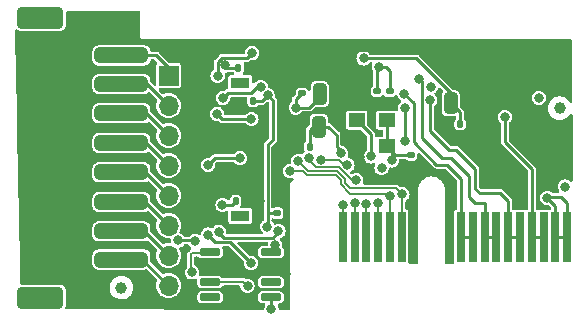
<source format=gbr>
%TF.GenerationSoftware,KiCad,Pcbnew,8.0.4*%
%TF.CreationDate,2024-09-17T19:46:24+01:00*%
%TF.ProjectId,ADE_Main_V4,4144455f-4d61-4696-9e5f-56342e6b6963,rev?*%
%TF.SameCoordinates,Original*%
%TF.FileFunction,Copper,L4,Bot*%
%TF.FilePolarity,Positive*%
%FSLAX46Y46*%
G04 Gerber Fmt 4.6, Leading zero omitted, Abs format (unit mm)*
G04 Created by KiCad (PCBNEW 8.0.4) date 2024-09-17 19:46:24*
%MOMM*%
%LPD*%
G01*
G04 APERTURE LIST*
G04 Aperture macros list*
%AMRoundRect*
0 Rectangle with rounded corners*
0 $1 Rounding radius*
0 $2 $3 $4 $5 $6 $7 $8 $9 X,Y pos of 4 corners*
0 Add a 4 corners polygon primitive as box body*
4,1,4,$2,$3,$4,$5,$6,$7,$8,$9,$2,$3,0*
0 Add four circle primitives for the rounded corners*
1,1,$1+$1,$2,$3*
1,1,$1+$1,$4,$5*
1,1,$1+$1,$6,$7*
1,1,$1+$1,$8,$9*
0 Add four rect primitives between the rounded corners*
20,1,$1+$1,$2,$3,$4,$5,0*
20,1,$1+$1,$4,$5,$6,$7,0*
20,1,$1+$1,$6,$7,$8,$9,0*
20,1,$1+$1,$8,$9,$2,$3,0*%
G04 Aperture macros list end*
%TA.AperFunction,SMDPad,CuDef*%
%ADD10R,1.600000X0.900000*%
%TD*%
%TA.AperFunction,ComponentPad*%
%ADD11C,0.600000*%
%TD*%
%TA.AperFunction,SMDPad,CuDef*%
%ADD12C,1.000000*%
%TD*%
%TA.AperFunction,SMDPad,CuDef*%
%ADD13RoundRect,0.250000X0.325000X0.650000X-0.325000X0.650000X-0.325000X-0.650000X0.325000X-0.650000X0*%
%TD*%
%TA.AperFunction,SMDPad,CuDef*%
%ADD14R,1.400000X1.200000*%
%TD*%
%TA.AperFunction,SMDPad,CuDef*%
%ADD15RoundRect,0.325000X1.925000X-0.325000X1.925000X0.325000X-1.925000X0.325000X-1.925000X-0.325000X0*%
%TD*%
%TA.AperFunction,SMDPad,CuDef*%
%ADD16RoundRect,0.300001X1.649999X-0.599999X1.649999X0.599999X-1.649999X0.599999X-1.649999X-0.599999X0*%
%TD*%
%TA.AperFunction,SMDPad,CuDef*%
%ADD17RoundRect,0.140000X-0.170000X0.140000X-0.170000X-0.140000X0.170000X-0.140000X0.170000X0.140000X0*%
%TD*%
%TA.AperFunction,ComponentPad*%
%ADD18R,1.700000X1.700000*%
%TD*%
%TA.AperFunction,ComponentPad*%
%ADD19O,1.700000X1.700000*%
%TD*%
%TA.AperFunction,SMDPad,CuDef*%
%ADD20RoundRect,0.140000X0.170000X-0.140000X0.170000X0.140000X-0.170000X0.140000X-0.170000X-0.140000X0*%
%TD*%
%TA.AperFunction,SMDPad,CuDef*%
%ADD21RoundRect,0.250000X-0.325000X-0.650000X0.325000X-0.650000X0.325000X0.650000X-0.325000X0.650000X0*%
%TD*%
%TA.AperFunction,ConnectorPad*%
%ADD22R,0.700000X4.300000*%
%TD*%
%TA.AperFunction,SMDPad,CuDef*%
%ADD23RoundRect,0.140000X-0.140000X-0.170000X0.140000X-0.170000X0.140000X0.170000X-0.140000X0.170000X0*%
%TD*%
%TA.AperFunction,SMDPad,CuDef*%
%ADD24RoundRect,0.140000X0.140000X0.170000X-0.140000X0.170000X-0.140000X-0.170000X0.140000X-0.170000X0*%
%TD*%
%TA.AperFunction,SMDPad,CuDef*%
%ADD25RoundRect,0.150000X-0.725000X-0.150000X0.725000X-0.150000X0.725000X0.150000X-0.725000X0.150000X0*%
%TD*%
%TA.AperFunction,ViaPad*%
%ADD26C,0.800000*%
%TD*%
%TA.AperFunction,Conductor*%
%ADD27C,0.250000*%
%TD*%
%TA.AperFunction,Conductor*%
%ADD28C,0.200000*%
%TD*%
G04 APERTURE END LIST*
D10*
%TO.P,U3,9,PAD*%
%TO.N,/UM*%
X-680000Y36100000D03*
D11*
X-180000Y36100000D03*
X-1180000Y36100000D03*
%TD*%
%TO.P,U1,9,PAD*%
%TO.N,/UM*%
X-180000Y24810000D03*
X-1180000Y24810000D03*
D10*
X-680000Y24810000D03*
%TD*%
D12*
%TO.P,FID3,*%
%TO.N,*%
X-10744200Y18745200D03*
%TD*%
D13*
%TO.P,C20,1*%
%TO.N,/AVDDOUT*%
X5975000Y32375000D03*
%TO.P,C20,2*%
%TO.N,GND*%
X3025000Y32375000D03*
%TD*%
D14*
%TO.P,Y2,1,TRI-STATE*%
%TO.N,+3V3*%
X11707500Y30725000D03*
%TO.P,Y2,2,GND*%
%TO.N,GND*%
X9167500Y30725000D03*
%TO.P,Y2,3,OUTPUT*%
%TO.N,/O_IN*%
X9167500Y32925000D03*
%TO.P,Y2,4,VDD*%
%TO.N,+3V3*%
X11707500Y32925000D03*
%TD*%
D15*
%TO.P,J1,1,Pin_1*%
%TO.N,/RRP*%
X-10750000Y38400000D03*
%TO.P,J1,2,Pin_2*%
%TO.N,/RRM*%
X-10750000Y36000000D03*
%TO.P,J1,3,Pin_3*%
%TO.N,/RSP*%
X-10750000Y33500000D03*
%TO.P,J1,4,Pin_4*%
%TO.N,/RSM*%
X-10750000Y31000000D03*
%TO.P,J1,5,Pin_5*%
%TO.N,/RTP*%
X-10750000Y28500000D03*
%TO.P,J1,6,Pin_6*%
%TO.N,/RTM*%
X-10750000Y26000000D03*
%TO.P,J1,7,Pin_7*%
%TO.N,/RNP*%
X-10750000Y23500000D03*
%TO.P,J1,8,Pin_8*%
%TO.N,/RNM*%
X-10750000Y21125000D03*
D16*
%TO.P,J1,MP*%
%TO.N,N/C*%
X-17600000Y41600000D03*
X-17600000Y17900000D03*
%TD*%
D17*
%TO.P,C29,1*%
%TO.N,GND*%
X2463800Y26009600D03*
%TO.P,C29,2*%
%TO.N,/UM*%
X2463800Y25049600D03*
%TD*%
D18*
%TO.P,J15,1,Pin_1*%
%TO.N,/RRP*%
X-6750200Y36692980D03*
D19*
%TO.P,J15,2,Pin_2*%
%TO.N,/RRM*%
X-6750200Y34152980D03*
%TO.P,J15,3,Pin_3*%
%TO.N,/RSP*%
X-6750200Y31612980D03*
%TO.P,J15,4,Pin_4*%
%TO.N,/RSM*%
X-6750200Y29072980D03*
%TO.P,J15,5,Pin_5*%
%TO.N,/RTP*%
X-6750200Y26532980D03*
%TO.P,J15,6,Pin_6*%
%TO.N,/RTM*%
X-6750200Y23992980D03*
%TO.P,J15,7,Pin_7*%
%TO.N,/RNP*%
X-6750200Y21452980D03*
%TO.P,J15,8,Pin_8*%
%TO.N,/RNM*%
X-6750200Y18912980D03*
%TD*%
D20*
%TO.P,C23,1*%
%TO.N,/REF*%
X4546600Y35207000D03*
%TO.P,C23,2*%
%TO.N,GND*%
X4546600Y36167000D03*
%TD*%
D17*
%TO.P,C15,1*%
%TO.N,+3V3*%
X11963400Y35377000D03*
%TO.P,C15,2*%
%TO.N,GND*%
X11963400Y34417000D03*
%TD*%
D21*
%TO.P,C22,1*%
%TO.N,/DVDDOUT*%
X17143200Y34366200D03*
%TO.P,C22,2*%
%TO.N,GND*%
X20093200Y34366200D03*
%TD*%
D22*
%TO.P,J2,B1*%
%TO.N,+3V3*%
X27000000Y23000000D03*
%TO.P,J2,B2*%
X26000000Y23000000D03*
%TO.P,J2,B3*%
%TO.N,/ADE_Reset*%
X25000000Y23000000D03*
%TO.P,J2,B4*%
X24000000Y23000000D03*
%TO.P,J2,B5*%
%TO.N,/MOSI*%
X23000000Y23000000D03*
%TO.P,J2,B6*%
X22000000Y23000000D03*
%TO.P,J2,B7*%
%TO.N,/SS*%
X21000000Y23000000D03*
%TO.P,J2,B8*%
X20000000Y23000000D03*
%TO.P,J2,B9*%
%TO.N,/MISO*%
X19000000Y23000000D03*
%TO.P,J2,B10*%
X18000000Y23000000D03*
%TO.P,J2,B11*%
%TO.N,GND*%
X17000000Y23000000D03*
%TO.P,J2,B12*%
X14000000Y23000000D03*
%TO.P,J2,B13*%
%TO.N,/UR-*%
X13000000Y23000000D03*
%TO.P,J2,B14*%
%TO.N,/UR+*%
X12000000Y23000000D03*
%TO.P,J2,B15*%
%TO.N,/US-*%
X11000000Y23000000D03*
%TO.P,J2,B16*%
%TO.N,/US+*%
X10000000Y23000000D03*
%TO.P,J2,B17*%
%TO.N,/UT-*%
X9000000Y23000000D03*
%TO.P,J2,B18*%
%TO.N,/UT+*%
X8000000Y23000000D03*
%TD*%
D17*
%TO.P,C17,1*%
%TO.N,+3V3*%
X10896600Y35377000D03*
%TO.P,C17,2*%
%TO.N,GND*%
X10896600Y34417000D03*
%TD*%
%TO.P,C14,1*%
%TO.N,+3V3*%
X13775000Y29980000D03*
%TO.P,C14,2*%
%TO.N,GND*%
X13775000Y29020000D03*
%TD*%
D23*
%TO.P,C30,1*%
%TO.N,GND*%
X-556200Y34544000D03*
%TO.P,C30,2*%
%TO.N,/UM*%
X403800Y34544000D03*
%TD*%
D24*
%TO.P,C19,1*%
%TO.N,/AVDDOUT*%
X5204400Y30683200D03*
%TO.P,C19,2*%
%TO.N,GND*%
X4244400Y30683200D03*
%TD*%
D25*
%TO.P,U4,1,NC*%
%TO.N,unconnected-(U4-Pad1)*%
X-3235000Y17925000D03*
%TO.P,U4,2,CAP+*%
%TO.N,/C+*%
X-3235000Y19195000D03*
%TO.P,U4,3,GND*%
%TO.N,GND*%
X-3235000Y20465000D03*
%TO.P,U4,4,CAP-*%
%TO.N,/C-*%
X-3235000Y21735000D03*
%TO.P,U4,5,VOUT*%
%TO.N,/UM*%
X1915000Y21735000D03*
%TO.P,U4,6,LV*%
%TO.N,GND*%
X1915000Y20465000D03*
%TO.P,U4,7,OSC*%
%TO.N,unconnected-(U4-Pad7)*%
X1915000Y19195000D03*
%TO.P,U4,8,V+*%
%TO.N,+3V3*%
X1915000Y17925000D03*
%TD*%
D12*
%TO.P,FID2,*%
%TO.N,*%
X26365200Y33934400D03*
%TD*%
D24*
%TO.P,C28,1*%
%TO.N,GND*%
X-104200Y26085800D03*
%TO.P,C28,2*%
%TO.N,+3V3*%
X-1064200Y26085800D03*
%TD*%
%TO.P,C27,1*%
%TO.N,GND*%
X127000Y37363400D03*
%TO.P,C27,2*%
%TO.N,+3V3*%
X-833000Y37363400D03*
%TD*%
D21*
%TO.P,C24,1*%
%TO.N,/REF*%
X6043400Y35128200D03*
%TO.P,C24,2*%
%TO.N,GND*%
X8993400Y35128200D03*
%TD*%
D23*
%TO.P,C21,1*%
%TO.N,/DVDDOUT*%
X17935000Y32588200D03*
%TO.P,C21,2*%
%TO.N,GND*%
X18895000Y32588200D03*
%TD*%
D26*
%TO.N,GND*%
X12877800Y28778200D03*
X-16100000Y27403599D03*
X3048000Y37363400D03*
X-18640000Y32483599D03*
X12065000Y27940000D03*
X24540000Y32483599D03*
X-2540000Y39344600D03*
X-18640000Y24863599D03*
X17246600Y26085800D03*
X-18640000Y27403599D03*
X19460000Y37563599D03*
X4430000Y37400000D03*
X3200400Y19862800D03*
X-14440000Y37200000D03*
X13843000Y27762200D03*
X-14100000Y23060000D03*
X4428453Y33111500D03*
X17018000Y27711400D03*
X-13450000Y18140000D03*
X16920000Y37563599D03*
X-18640000Y29943599D03*
X390000Y17940000D03*
X9457677Y29825500D03*
X16459200Y32664400D03*
X5540000Y38930000D03*
X-13560000Y27403599D03*
X-16100000Y32483599D03*
X13868400Y25908000D03*
X-18640000Y37563599D03*
X-18640000Y22323599D03*
X-16100000Y24863599D03*
X-18640000Y19783599D03*
X1001000Y26060000D03*
X-13560000Y24863599D03*
X-16100000Y22323599D03*
X24540000Y37563599D03*
X670000Y28320000D03*
X-16100000Y29943599D03*
X-5230000Y25880000D03*
X660000Y31690000D03*
X-13560000Y40103599D03*
X-18640000Y35023599D03*
X-16100000Y19783599D03*
X1850000Y39045500D03*
X-11020000Y40103599D03*
X-13560000Y19783599D03*
X-16100000Y35023599D03*
X-16100000Y37563599D03*
X20497800Y32283400D03*
X-14520000Y29090000D03*
%TO.N,+3V3*%
X1955800Y16967200D03*
X26797000Y27305000D03*
X25298400Y26339800D03*
X11050000Y37425000D03*
X15443200Y35737800D03*
X24587200Y34823400D03*
X11277600Y28854400D03*
X-2190000Y25740000D03*
X12166600Y29514800D03*
X-1975500Y37553372D03*
%TO.N,/AVDDOUT*%
X7863900Y30124400D03*
%TO.N,/DVDDOUT*%
X9753600Y38150800D03*
%TO.N,/REF*%
X4013200Y33985200D03*
%TO.N,/ISP*%
X1040000Y35730000D03*
X-2150000Y34820000D03*
%TO.N,/INP*%
X2550000Y23540000D03*
X-2510000Y23480000D03*
%TO.N,/UR+*%
X11970000Y26540000D03*
X3524020Y28620000D03*
%TO.N,/US+*%
X10000000Y25800000D03*
X9143911Y27833911D03*
X5100000Y29720000D03*
%TO.N,/UT+*%
X8050000Y25740000D03*
%TO.N,/ADE_Reset*%
X21717000Y33197800D03*
%TO.N,/O_IN*%
X10375000Y29850000D03*
%TO.N,/SCLK*%
X13250000Y33950000D03*
X13225000Y31200000D03*
%TO.N,/MISO*%
X13214638Y35157566D03*
%TO.N,/MOSI*%
X15409211Y34609211D03*
%TO.N,/SS*%
X14459548Y36442005D03*
%TO.N,/RN*%
X-5934500Y22738843D03*
X-4520000Y22670000D03*
%TO.N,Net-(C5-Pad2)*%
X-3410000Y23230000D03*
X230000Y20824500D03*
%TO.N,Net-(C6-Pad2)*%
X260000Y33020000D03*
X-2650000Y33470000D03*
%TO.N,Net-(C13-Pad2)*%
X-700000Y29710000D03*
X-3390000Y29150000D03*
%TO.N,Net-(C16-Pad2)*%
X309163Y38610563D03*
X-2600000Y36690000D03*
%TO.N,/UM*%
X1610000Y23910000D03*
X1625500Y35047145D03*
X2277484Y22357547D03*
%TO.N,/C+*%
X-70000Y18890000D03*
%TO.N,/UR-*%
X4230000Y29490000D03*
X13040000Y26640000D03*
%TO.N,/US-*%
X11000000Y25870000D03*
X6182300Y29546200D03*
X8393411Y29123411D03*
%TO.N,/UT-*%
X9020000Y25950000D03*
%TO.N,/C-*%
X-4765656Y20033911D03*
%TD*%
D27*
%TO.N,GND*%
X17000000Y25839200D02*
X17246600Y26085800D01*
X9167500Y30725000D02*
X9167500Y30115677D01*
X1915000Y20465000D02*
X2598200Y20465000D01*
X2598200Y20465000D02*
X3200400Y19862800D01*
X3025000Y32375000D02*
X3691953Y32375000D01*
X13775000Y29020000D02*
X13119600Y29020000D01*
X14000000Y23000000D02*
X14000000Y25776400D01*
X975200Y26085800D02*
X1001000Y26060000D01*
X14000000Y25776400D02*
X13868400Y25908000D01*
X3691953Y32375000D02*
X4428453Y33111500D01*
X-104200Y26085800D02*
X975200Y26085800D01*
X17000000Y23000000D02*
X17000000Y25839200D01*
X13119600Y29020000D02*
X12877800Y28778200D01*
X9167500Y30925000D02*
X9300000Y30925000D01*
%TO.N,+3V3*%
X12166600Y29514800D02*
X12166600Y30265900D01*
X-1410000Y25740000D02*
X-1064200Y26085800D01*
X10896600Y37271600D02*
X10896600Y35377000D01*
X26492200Y26416000D02*
X25374600Y26416000D01*
X26000000Y23000000D02*
X26000000Y25638200D01*
X1955800Y17884200D02*
X1915000Y17925000D01*
X11707500Y32925000D02*
X11707500Y30725000D01*
X11050000Y37425000D02*
X10896600Y37271600D01*
X11050000Y37425000D02*
X11647800Y37425000D01*
X1955800Y16967200D02*
X1955800Y17884200D01*
X-2190000Y25740000D02*
X-1410000Y25740000D01*
X27000000Y25908200D02*
X26492200Y26416000D01*
X-1785528Y37363400D02*
X-1975500Y37553372D01*
X12452500Y29980000D02*
X11707500Y30725000D01*
X25374600Y26416000D02*
X25298400Y26339800D01*
X27000000Y23000000D02*
X27000000Y25908200D01*
X1915000Y17925000D02*
X1915000Y17895000D01*
X27000000Y23000000D02*
X26000000Y23000000D01*
X26000000Y25638200D02*
X25298400Y26339800D01*
X13775000Y29980000D02*
X12452500Y29980000D01*
X12166600Y30265900D02*
X11707500Y30725000D01*
X-833000Y37363400D02*
X-1785528Y37363400D01*
X11963400Y37109400D02*
X11963400Y35377000D01*
X11647800Y37425000D02*
X11963400Y37109400D01*
%TO.N,/AVDDOUT*%
X5451000Y32375000D02*
X5975000Y32375000D01*
X6766400Y32375000D02*
X5975000Y32375000D01*
X7467600Y31673800D02*
X6766400Y32375000D01*
X5204400Y32128400D02*
X5451000Y32375000D01*
X7863900Y30286900D02*
X7467600Y30683200D01*
X5204400Y30683200D02*
X5204400Y32128400D01*
X7467600Y30683200D02*
X7467600Y31673800D01*
X7863900Y30124400D02*
X7863900Y30286900D01*
%TO.N,/DVDDOUT*%
X17935000Y32588200D02*
X17935000Y33574400D01*
X17935000Y33574400D02*
X17143200Y34366200D01*
X17143200Y35206200D02*
X17143200Y34366200D01*
X14198600Y38150800D02*
X17143200Y35206200D01*
X9753600Y38150800D02*
X14198600Y38150800D01*
%TO.N,/REF*%
X5156200Y33985200D02*
X6043400Y34872400D01*
X6043400Y34872400D02*
X6043400Y35128200D01*
X4013200Y33985200D02*
X4013200Y34673600D01*
X4013200Y34673600D02*
X4546600Y35207000D01*
X4013200Y33985200D02*
X5156200Y33985200D01*
%TO.N,/ISP*%
X1040000Y35730000D02*
X728800Y35730000D01*
X-1422400Y35204400D02*
X-1473200Y35255200D01*
X-1714800Y35255200D02*
X-2150000Y34820000D01*
X-1473200Y35255200D02*
X-1714800Y35255200D01*
X728800Y35730000D02*
X203200Y35204400D01*
X203200Y35204400D02*
X-1422400Y35204400D01*
%TO.N,/INP*%
X-2510000Y23360000D02*
X-2100000Y22950000D01*
X-2100000Y22950000D02*
X2080000Y22950000D01*
X2080000Y22950000D02*
X2550000Y23420000D01*
X-2510000Y23480000D02*
X-2510000Y23360000D01*
X2550000Y23420000D02*
X2550000Y23540000D01*
D28*
%TO.N,/UR+*%
X4950000Y28270000D02*
X7426414Y28270000D01*
X8640000Y26690000D02*
X7818207Y27511793D01*
X12000000Y26510000D02*
X11970000Y26540000D01*
X3524020Y28620000D02*
X4600000Y28620000D01*
X11970000Y26540000D02*
X11820000Y26690000D01*
X4600000Y28620000D02*
X4950000Y28270000D01*
X11820000Y26690000D02*
X8640000Y26690000D01*
X7818207Y27511793D02*
X7818207Y27878207D01*
X12000000Y23000000D02*
X12000000Y26510000D01*
X7426414Y28270000D02*
X7818207Y27878207D01*
%TO.N,/US+*%
X5100000Y29540000D02*
X5100000Y29720000D01*
X9143911Y27833911D02*
X8786089Y27833911D01*
X8786089Y27833911D02*
X7673311Y28946689D01*
X7673311Y28946689D02*
X5693311Y28946689D01*
X10000000Y23000000D02*
X10000000Y25800000D01*
X5693311Y28946689D02*
X5100000Y29540000D01*
D27*
%TO.N,/RSP*%
X-6750200Y31612980D02*
X-8637220Y33500000D01*
%TO.N,/RSM*%
X-6750200Y29072980D02*
X-8677220Y31000000D01*
%TO.N,/RTP*%
X-6750200Y26532980D02*
X-8717220Y28500000D01*
%TO.N,/RTM*%
X-6750200Y23992980D02*
X-8757220Y26000000D01*
%TO.N,/RRP*%
X-6750200Y37350200D02*
X-7800000Y38400000D01*
X-7800000Y38400000D02*
X-10750000Y38400000D01*
X-6750200Y36692980D02*
X-6750200Y37350200D01*
%TO.N,/RRM*%
X-8370000Y35780000D02*
X-8370000Y35772780D01*
X-8370000Y35772780D02*
X-6750200Y34152980D01*
X-8590000Y36000000D02*
X-8370000Y35780000D01*
X-10750000Y36000000D02*
X-8590000Y36000000D01*
%TO.N,/RNP*%
X-6750200Y21452980D02*
X-8797220Y23500000D01*
%TO.N,/RNM*%
X-6750200Y18912980D02*
X-8962220Y21125000D01*
D28*
%TO.N,/UT+*%
X8000000Y23000000D02*
X8000000Y25690000D01*
X8000000Y25690000D02*
X8050000Y25740000D01*
D27*
%TO.N,/ADE_Reset*%
X21717000Y31058000D02*
X24000000Y28775000D01*
X24000000Y28775000D02*
X24000000Y23000000D01*
X21717000Y33197800D02*
X21717000Y31058000D01*
X25000000Y23000000D02*
X24000000Y23000000D01*
%TO.N,/O_IN*%
X10375000Y29850000D02*
X10375000Y31717500D01*
X10375000Y31717500D02*
X9167500Y32925000D01*
%TO.N,/SCLK*%
X13225000Y33925000D02*
X13225000Y31200000D01*
%TO.N,/MISO*%
X15925000Y29150000D02*
X14000000Y31075000D01*
X14000000Y34372204D02*
X13214638Y35157566D01*
X16825000Y29150000D02*
X15925000Y29150000D01*
X19000000Y23000000D02*
X18000000Y23000000D01*
X14000000Y31075000D02*
X14000000Y34372204D01*
X18000000Y27975000D02*
X16825000Y29150000D01*
X18000000Y23000000D02*
X18000000Y27975000D01*
%TO.N,/MOSI*%
X19200000Y28800000D02*
X19200000Y27125000D01*
X19575000Y26750000D02*
X21350000Y26750000D01*
X15409211Y34609211D02*
X15409211Y31965789D01*
X21350000Y26750000D02*
X22000000Y26100000D01*
X22000000Y26100000D02*
X22000000Y23000000D01*
X16950000Y30425000D02*
X17575000Y30425000D01*
X17575000Y30425000D02*
X19200000Y28800000D01*
X15409211Y31965789D02*
X16950000Y30425000D01*
X23000000Y23000000D02*
X22000000Y23000000D01*
X19200000Y27125000D02*
X19575000Y26750000D01*
%TO.N,/SS*%
X20000000Y23000000D02*
X21000000Y23000000D01*
X18700000Y26400000D02*
X19225000Y25875000D01*
X17200000Y29700000D02*
X18700000Y28200000D01*
X14700000Y31400000D02*
X16400000Y29700000D01*
X20000000Y25875000D02*
X20000000Y23000000D01*
X14459548Y36442005D02*
X14700000Y36201553D01*
X14700000Y36201553D02*
X14700000Y31400000D01*
X19225000Y25875000D02*
X20000000Y25875000D01*
X16400000Y29700000D02*
X17200000Y29700000D01*
X18700000Y28200000D02*
X18700000Y26400000D01*
%TO.N,/RN*%
X-4520000Y22670000D02*
X-4590000Y22740000D01*
X-5933343Y22740000D02*
X-5934500Y22738843D01*
X-4590000Y22740000D02*
X-5933343Y22740000D01*
%TO.N,Net-(C5-Pad2)*%
X-3410000Y23230000D02*
X-2780480Y22600480D01*
X-1545980Y22600480D02*
X230000Y20824500D01*
X-2780480Y22600480D02*
X-1545980Y22600480D01*
%TO.N,Net-(C6-Pad2)*%
X-2200000Y33020000D02*
X-2650000Y33470000D01*
X260000Y33020000D02*
X-2200000Y33020000D01*
%TO.N,Net-(C13-Pad2)*%
X-2830000Y29710000D02*
X-3390000Y29150000D01*
X-700000Y29710000D02*
X-2830000Y29710000D01*
%TO.N,Net-(C16-Pad2)*%
X-2600000Y37812065D02*
X-2234182Y38177883D01*
X-123517Y38177883D02*
X309163Y38610563D01*
X-2600000Y36690000D02*
X-2600000Y37812065D01*
X-2234182Y38177883D02*
X-123517Y38177883D01*
%TO.N,/UM*%
X2108200Y34564445D02*
X1625500Y35047145D01*
X1122355Y34544000D02*
X1625500Y35047145D01*
X1610000Y23910000D02*
X1625500Y23925500D01*
X2277484Y22357547D02*
X2277484Y22097484D01*
X2277484Y22097484D02*
X1915000Y21735000D01*
X2463800Y25049600D02*
X1757800Y25049600D01*
X1625500Y30810100D02*
X2108200Y31292800D01*
X403800Y34544000D02*
X1122355Y34544000D01*
X1625500Y23925500D02*
X1625500Y24917300D01*
X2108200Y31292800D02*
X2108200Y34564445D01*
X1757800Y25049600D02*
X1625500Y24917300D01*
X1625500Y24917300D02*
X1625500Y30810100D01*
D28*
%TO.N,/C+*%
X-70000Y18890000D02*
X-420000Y19240000D01*
X-420000Y19240000D02*
X-3190000Y19240000D01*
X-3190000Y19240000D02*
X-3235000Y19195000D01*
%TO.N,/UR-*%
X13000000Y23000000D02*
X13000000Y26600000D01*
X13040000Y26640000D02*
X12520000Y27160000D01*
X7472831Y28647169D02*
X5072831Y28647169D01*
X8600000Y27160000D02*
X8170000Y27590000D01*
X13000000Y26600000D02*
X13040000Y26640000D01*
X12520000Y27160000D02*
X8600000Y27160000D01*
X5072831Y28647169D02*
X4230000Y29490000D01*
X8170000Y27590000D02*
X8170000Y27950000D01*
X8170000Y27950000D02*
X7472831Y28647169D01*
%TO.N,/US-*%
X8540000Y29270000D02*
X8393411Y29123411D01*
X7683800Y29546200D02*
X7960000Y29270000D01*
X7960000Y29270000D02*
X8540000Y29270000D01*
X11000000Y25870000D02*
X11000000Y23000000D01*
X6182300Y29546200D02*
X7683800Y29546200D01*
%TO.N,/UT-*%
X9020000Y25950000D02*
X9000000Y25930000D01*
X9000000Y25930000D02*
X9000000Y23550000D01*
%TO.N,/C-*%
X-4880000Y20148255D02*
X-4880000Y21550000D01*
X-4880000Y21550000D02*
X-4740000Y21690000D01*
X-4765656Y20033911D02*
X-4880000Y20148255D01*
X-4740000Y21690000D02*
X-3280000Y21690000D01*
X-3280000Y21690000D02*
X-3235000Y21735000D01*
%TD*%
%TA.AperFunction,Conductor*%
%TO.N,GND*%
G36*
X-9259161Y42182212D02*
G01*
X-9212025Y42129120D01*
X-9200000Y42075401D01*
X-9200000Y40005877D01*
X-9200045Y39954551D01*
X-9193902Y39941758D01*
X-9192773Y39936790D01*
X-9190215Y39929465D01*
X-9188006Y39924875D01*
X-9184850Y39911038D01*
X-9176006Y39899939D01*
X-9173636Y39895015D01*
X-9170084Y39889353D01*
X-9166688Y39885084D01*
X-9160547Y39872295D01*
X-9149464Y39863432D01*
X-9146293Y39859446D01*
X-9140809Y39853952D01*
X-9136827Y39850773D01*
X-9127985Y39839677D01*
X-9115207Y39833514D01*
X-9110936Y39830104D01*
X-9105286Y39826546D01*
X-9100366Y39824168D01*
X-9089285Y39815306D01*
X-9075457Y39812126D01*
X-9070876Y39809912D01*
X-9063551Y39807339D01*
X-9058580Y39806201D01*
X-9045798Y39800035D01*
X-9022787Y39800015D01*
X-9022789Y39798003D01*
X-9022723Y39797988D01*
X-9022723Y39800000D01*
X-9005877Y39800000D01*
X-8954551Y39799955D01*
X-8954555Y39795150D01*
X-8954457Y39795144D01*
X-8954457Y39800000D01*
X27281224Y39800000D01*
X27349345Y39779998D01*
X27395838Y39726342D01*
X27407221Y39674922D01*
X27444435Y34582841D01*
X27444737Y34541570D01*
X27425233Y34473305D01*
X27371919Y34426421D01*
X27301720Y34415804D01*
X27236926Y34444824D01*
X27207492Y34481491D01*
X27202570Y34490747D01*
X27078561Y34642798D01*
X26927380Y34767865D01*
X26754785Y34861187D01*
X26640707Y34896500D01*
X26573239Y34917385D01*
X26573236Y34917386D01*
X26567352Y34919207D01*
X26561227Y34919851D01*
X26561226Y34919851D01*
X26378347Y34939073D01*
X26378346Y34939073D01*
X26372219Y34939717D01*
X26249583Y34928556D01*
X26182959Y34922493D01*
X26182958Y34922493D01*
X26176818Y34921934D01*
X26170904Y34920193D01*
X26170902Y34920193D01*
X26055796Y34886315D01*
X25988593Y34866536D01*
X25983128Y34863679D01*
X25820172Y34778488D01*
X25820168Y34778485D01*
X25814712Y34775633D01*
X25809912Y34771773D01*
X25809911Y34771773D01*
X25792513Y34757785D01*
X25661800Y34652689D01*
X25535680Y34502384D01*
X25532716Y34496992D01*
X25532713Y34496988D01*
X25467454Y34378282D01*
X25441156Y34330446D01*
X25439295Y34324579D01*
X25439294Y34324577D01*
X25412681Y34240682D01*
X25381828Y34143422D01*
X25359957Y33948437D01*
X25376375Y33752917D01*
X25430458Y33564309D01*
X25443691Y33538561D01*
X25517323Y33395287D01*
X25517326Y33395283D01*
X25520144Y33389799D01*
X25642018Y33236031D01*
X25646711Y33232037D01*
X25646712Y33232036D01*
X25784124Y33115090D01*
X25791438Y33108865D01*
X25796816Y33105859D01*
X25796818Y33105858D01*
X25845172Y33078834D01*
X25962713Y33013143D01*
X26149318Y32952511D01*
X26344146Y32929279D01*
X26350281Y32929751D01*
X26350283Y32929751D01*
X26533634Y32943859D01*
X26533638Y32943860D01*
X26539776Y32944332D01*
X26728756Y32997097D01*
X26903889Y33085563D01*
X26933715Y33108865D01*
X27008328Y33167159D01*
X27058503Y33206360D01*
X27088284Y33240861D01*
X27182685Y33350227D01*
X27182685Y33350228D01*
X27186709Y33354889D01*
X27202971Y33383514D01*
X27214444Y33403711D01*
X27265483Y33453062D01*
X27335102Y33466984D01*
X27401195Y33441058D01*
X27442780Y33383514D01*
X27450000Y33341474D01*
X27450000Y27811231D01*
X27429998Y27743110D01*
X27376342Y27696617D01*
X27306068Y27686513D01*
X27241488Y27716007D01*
X27234905Y27722136D01*
X27230305Y27726736D01*
X27225282Y27733282D01*
X27099841Y27829536D01*
X26953762Y27890044D01*
X26797000Y27910682D01*
X26640238Y27890044D01*
X26494159Y27829536D01*
X26368718Y27733282D01*
X26272464Y27607841D01*
X26211956Y27461762D01*
X26191318Y27305000D01*
X26211956Y27148238D01*
X26272464Y27002159D01*
X26277491Y26995608D01*
X26277493Y26995604D01*
X26316934Y26944203D01*
X26342534Y26877983D01*
X26328269Y26808434D01*
X26278668Y26757639D01*
X26216971Y26741500D01*
X25803931Y26741500D01*
X25735810Y26761502D01*
X25727050Y26768562D01*
X25726682Y26768082D01*
X25674094Y26808434D01*
X25601241Y26864336D01*
X25455162Y26924844D01*
X25298400Y26945482D01*
X25141638Y26924844D01*
X24995559Y26864336D01*
X24870118Y26768082D01*
X24773864Y26642641D01*
X24713356Y26496562D01*
X24712278Y26488374D01*
X24704501Y26429303D01*
X24692718Y26339800D01*
X24693796Y26331612D01*
X24710242Y26206695D01*
X24713356Y26183038D01*
X24773864Y26036959D01*
X24870118Y25911518D01*
X24995559Y25815264D01*
X25141638Y25754756D01*
X25298400Y25734118D01*
X25365241Y25742918D01*
X25435389Y25731979D01*
X25470782Y25707091D01*
X25629247Y25548626D01*
X25663273Y25486314D01*
X25658208Y25415499D01*
X25615661Y25358663D01*
X25588368Y25343121D01*
X25583945Y25341289D01*
X25571769Y25338867D01*
X25561450Y25331972D01*
X25549982Y25327222D01*
X25548443Y25330937D01*
X25502249Y25316472D01*
X25451711Y25331312D01*
X25450017Y25327223D01*
X25438547Y25331974D01*
X25428231Y25338867D01*
X25416062Y25341288D01*
X25416061Y25341288D01*
X25375816Y25349293D01*
X25369748Y25350500D01*
X24630252Y25350500D01*
X24624184Y25349293D01*
X24583939Y25341288D01*
X24583938Y25341288D01*
X24571769Y25338867D01*
X24561453Y25331974D01*
X24549983Y25327223D01*
X24548445Y25330937D01*
X24502249Y25316472D01*
X24451711Y25331312D01*
X24450017Y25327223D01*
X24438547Y25331974D01*
X24428231Y25338867D01*
X24416061Y25341288D01*
X24404595Y25346037D01*
X24406218Y25349956D01*
X24364007Y25372037D01*
X24328877Y25433733D01*
X24325500Y25462707D01*
X24325500Y28755290D01*
X24325980Y28766272D01*
X24328303Y28792820D01*
X24328303Y28792822D01*
X24329264Y28803807D01*
X24319508Y28840215D01*
X24317130Y28850942D01*
X24315173Y28862040D01*
X24310588Y28888045D01*
X24305077Y28897590D01*
X24303885Y28900866D01*
X24302408Y28904034D01*
X24299554Y28914684D01*
X24277945Y28945544D01*
X24272039Y28954815D01*
X24258707Y28977906D01*
X24253194Y28987455D01*
X24224317Y29011685D01*
X24216215Y29019111D01*
X22079405Y31155921D01*
X22045379Y31218233D01*
X22042500Y31245016D01*
X22042500Y32628514D01*
X22062502Y32696635D01*
X22091796Y32728477D01*
X22138736Y32764495D01*
X22145282Y32769518D01*
X22164049Y32793975D01*
X22211342Y32855609D01*
X22241536Y32894959D01*
X22302044Y33041038D01*
X22322682Y33197800D01*
X22302044Y33354562D01*
X22297513Y33365502D01*
X22286034Y33393214D01*
X22241536Y33500641D01*
X22145282Y33626082D01*
X22134454Y33634391D01*
X22065312Y33687445D01*
X22019841Y33722336D01*
X21873762Y33782844D01*
X21717000Y33803482D01*
X21560238Y33782844D01*
X21414159Y33722336D01*
X21368688Y33687445D01*
X21299547Y33634391D01*
X21288718Y33626082D01*
X21192464Y33500641D01*
X21147966Y33393214D01*
X21136488Y33365502D01*
X21131956Y33354562D01*
X21111318Y33197800D01*
X21131956Y33041038D01*
X21192464Y32894959D01*
X21222658Y32855609D01*
X21269952Y32793975D01*
X21288718Y32769518D01*
X21295264Y32764495D01*
X21342204Y32728477D01*
X21384071Y32671139D01*
X21391500Y32628514D01*
X21391500Y31077710D01*
X21391020Y31066728D01*
X21390092Y31056116D01*
X21387736Y31029193D01*
X21390590Y31018544D01*
X21397491Y30992790D01*
X21399870Y30982058D01*
X21406412Y30944955D01*
X21411923Y30935410D01*
X21413115Y30932134D01*
X21414592Y30928966D01*
X21417446Y30918316D01*
X21432261Y30897159D01*
X21439055Y30887456D01*
X21444961Y30878185D01*
X21453991Y30862545D01*
X21463806Y30845545D01*
X21492682Y30821315D01*
X21500785Y30813889D01*
X23637595Y28677079D01*
X23671621Y28614767D01*
X23674500Y28587984D01*
X23674500Y25462707D01*
X23654498Y25394586D01*
X23600842Y25348093D01*
X23595295Y25346302D01*
X23595405Y25346037D01*
X23583939Y25341288D01*
X23571769Y25338867D01*
X23561453Y25331974D01*
X23549983Y25327223D01*
X23548445Y25330937D01*
X23502249Y25316472D01*
X23451711Y25331312D01*
X23450017Y25327223D01*
X23438547Y25331974D01*
X23428231Y25338867D01*
X23416062Y25341288D01*
X23416061Y25341288D01*
X23375816Y25349293D01*
X23369748Y25350500D01*
X22630252Y25350500D01*
X22624184Y25349293D01*
X22583939Y25341288D01*
X22583938Y25341288D01*
X22571769Y25338867D01*
X22561453Y25331974D01*
X22549983Y25327223D01*
X22548445Y25330937D01*
X22502249Y25316472D01*
X22451711Y25331312D01*
X22450017Y25327223D01*
X22438547Y25331974D01*
X22428231Y25338867D01*
X22416061Y25341288D01*
X22404595Y25346037D01*
X22406218Y25349956D01*
X22364007Y25372037D01*
X22328877Y25433733D01*
X22325500Y25462707D01*
X22325500Y26080290D01*
X22325980Y26091272D01*
X22328303Y26117820D01*
X22328303Y26117822D01*
X22329264Y26128807D01*
X22319508Y26165215D01*
X22317130Y26175942D01*
X22315084Y26187545D01*
X22310588Y26213045D01*
X22305077Y26222590D01*
X22303885Y26225866D01*
X22302408Y26229034D01*
X22299554Y26239684D01*
X22277945Y26270544D01*
X22272039Y26279815D01*
X22258707Y26302906D01*
X22253194Y26312455D01*
X22224317Y26336685D01*
X22216215Y26344111D01*
X21594111Y26966215D01*
X21586684Y26974319D01*
X21569541Y26994749D01*
X21569542Y26994749D01*
X21562455Y27003194D01*
X21547057Y27012084D01*
X21529815Y27022039D01*
X21520544Y27027945D01*
X21498715Y27043230D01*
X21489684Y27049554D01*
X21479034Y27052408D01*
X21475866Y27053885D01*
X21472590Y27055077D01*
X21463045Y27060588D01*
X21429301Y27066538D01*
X21425942Y27067130D01*
X21415215Y27069508D01*
X21378807Y27079264D01*
X21367822Y27078303D01*
X21367820Y27078303D01*
X21341272Y27075980D01*
X21330290Y27075500D01*
X19762016Y27075500D01*
X19693895Y27095502D01*
X19672921Y27112405D01*
X19562405Y27222921D01*
X19528379Y27285233D01*
X19525500Y27312016D01*
X19525500Y28780290D01*
X19525980Y28791272D01*
X19528303Y28817820D01*
X19528303Y28817822D01*
X19529264Y28828807D01*
X19519508Y28865215D01*
X19517130Y28875942D01*
X19514996Y28888045D01*
X19510588Y28913045D01*
X19505077Y28922590D01*
X19503885Y28925866D01*
X19502408Y28929034D01*
X19499554Y28939684D01*
X19477945Y28970544D01*
X19472039Y28979815D01*
X19458707Y29002906D01*
X19453194Y29012455D01*
X19424317Y29036685D01*
X19416215Y29044111D01*
X17819111Y30641215D01*
X17811684Y30649319D01*
X17794541Y30669749D01*
X17794542Y30669749D01*
X17787455Y30678194D01*
X17764919Y30691205D01*
X17754815Y30697039D01*
X17745544Y30702945D01*
X17714684Y30724554D01*
X17704034Y30727408D01*
X17700866Y30728885D01*
X17697590Y30730077D01*
X17688045Y30735588D01*
X17654301Y30741538D01*
X17650942Y30742130D01*
X17640215Y30744508D01*
X17603807Y30754264D01*
X17592822Y30753303D01*
X17592820Y30753303D01*
X17566272Y30750980D01*
X17555290Y30750500D01*
X17137016Y30750500D01*
X17068895Y30770502D01*
X17047921Y30787405D01*
X15771616Y32063710D01*
X15737590Y32126022D01*
X15734711Y32152805D01*
X15734711Y34039925D01*
X15754713Y34108046D01*
X15784007Y34139888D01*
X15830947Y34175906D01*
X15837493Y34180929D01*
X15933747Y34306370D01*
X15994255Y34452449D01*
X16014893Y34609211D01*
X15994255Y34765973D01*
X15933747Y34912052D01*
X15837493Y35037493D01*
X15823837Y35047972D01*
X15807507Y35060502D01*
X15765640Y35117840D01*
X15761418Y35188711D01*
X15796182Y35250614D01*
X15807507Y35260427D01*
X15864932Y35304491D01*
X15864936Y35304495D01*
X15871482Y35309518D01*
X15967736Y35434959D01*
X16028244Y35581038D01*
X16029322Y35589226D01*
X16030006Y35591779D01*
X16066956Y35652402D01*
X16130816Y35683425D01*
X16201311Y35674998D01*
X16240808Y35648265D01*
X16442574Y35446499D01*
X16476600Y35384187D01*
X16471535Y35313372D01*
X16454831Y35282545D01*
X16448048Y35273361D01*
X16415566Y35229384D01*
X16370681Y35101569D01*
X16367700Y35070034D01*
X16367700Y33662366D01*
X16370681Y33630831D01*
X16415566Y33503016D01*
X16421158Y33495446D01*
X16421159Y33495443D01*
X16475375Y33422041D01*
X16496050Y33394050D01*
X16503621Y33388458D01*
X16597443Y33319159D01*
X16597446Y33319158D01*
X16605016Y33313566D01*
X16732831Y33268681D01*
X16740477Y33267958D01*
X16740478Y33267958D01*
X16746448Y33267394D01*
X16764366Y33265700D01*
X17483500Y33265700D01*
X17551621Y33245698D01*
X17598114Y33192042D01*
X17609500Y33139700D01*
X17609500Y33106430D01*
X17589498Y33038309D01*
X17572595Y33017335D01*
X17511776Y32956516D01*
X17507117Y32946524D01*
X17507116Y32946523D01*
X17467786Y32862179D01*
X17461028Y32847687D01*
X17454500Y32798101D01*
X17454501Y32378300D01*
X17461028Y32328713D01*
X17465101Y32319979D01*
X17465101Y32319978D01*
X17489300Y32268084D01*
X17511776Y32219884D01*
X17596684Y32134976D01*
X17606676Y32130317D01*
X17606677Y32130316D01*
X17696776Y32088302D01*
X17705513Y32084228D01*
X17755099Y32077700D01*
X17934934Y32077700D01*
X18114900Y32077701D01*
X18164487Y32084228D01*
X18175817Y32089511D01*
X18263323Y32130316D01*
X18263324Y32130317D01*
X18273316Y32134976D01*
X18358224Y32219884D01*
X18384912Y32277115D01*
X18404898Y32319976D01*
X18404899Y32319978D01*
X18408972Y32328713D01*
X18415500Y32378299D01*
X18415499Y32798100D01*
X18408972Y32847687D01*
X18401721Y32863238D01*
X18362884Y32946523D01*
X18362883Y32946524D01*
X18358224Y32956516D01*
X18297405Y33017335D01*
X18263379Y33079647D01*
X18260500Y33106430D01*
X18260500Y33554687D01*
X18260979Y33565668D01*
X18263303Y33592230D01*
X18263303Y33592232D01*
X18264263Y33603207D01*
X18254508Y33639617D01*
X18252133Y33650328D01*
X18245588Y33687445D01*
X18240078Y33696989D01*
X18238886Y33700265D01*
X18237407Y33703436D01*
X18234554Y33714084D01*
X18223768Y33729489D01*
X18212941Y33744951D01*
X18207036Y33754221D01*
X18193707Y33777308D01*
X18193704Y33777312D01*
X18188194Y33786855D01*
X18159324Y33811080D01*
X18151221Y33818506D01*
X17955605Y34014122D01*
X17921579Y34076434D01*
X17918700Y34103217D01*
X17918700Y34823400D01*
X23981518Y34823400D01*
X24002156Y34666638D01*
X24062664Y34520559D01*
X24158918Y34395118D01*
X24284359Y34298864D01*
X24430438Y34238356D01*
X24438626Y34237278D01*
X24482522Y34231499D01*
X24587200Y34217718D01*
X24595388Y34218796D01*
X24735774Y34237278D01*
X24743962Y34238356D01*
X24890041Y34298864D01*
X25015482Y34395118D01*
X25111736Y34520559D01*
X25172244Y34666638D01*
X25192882Y34823400D01*
X25172244Y34980162D01*
X25111736Y35126241D01*
X25015482Y35251682D01*
X24890041Y35347936D01*
X24743962Y35408444D01*
X24587200Y35429082D01*
X24430438Y35408444D01*
X24284359Y35347936D01*
X24158918Y35251682D01*
X24062664Y35126241D01*
X24002156Y34980162D01*
X23981518Y34823400D01*
X17918700Y34823400D01*
X17918700Y35070034D01*
X17915719Y35101569D01*
X17870834Y35229384D01*
X17865242Y35236954D01*
X17865241Y35236957D01*
X17795942Y35330779D01*
X17790350Y35338350D01*
X17758903Y35361577D01*
X17688957Y35413241D01*
X17688954Y35413242D01*
X17681384Y35418834D01*
X17553569Y35463719D01*
X17545923Y35464442D01*
X17545922Y35464442D01*
X17539952Y35465006D01*
X17522034Y35466700D01*
X17395217Y35466700D01*
X17327096Y35486702D01*
X17306122Y35503605D01*
X14442710Y38367016D01*
X14435283Y38375120D01*
X14418141Y38395549D01*
X14418142Y38395549D01*
X14411055Y38403994D01*
X14401506Y38409507D01*
X14378415Y38422839D01*
X14369144Y38428745D01*
X14365814Y38431077D01*
X14338284Y38450354D01*
X14327634Y38453208D01*
X14324466Y38454685D01*
X14321190Y38455877D01*
X14311645Y38461388D01*
X14277901Y38467338D01*
X14274542Y38467930D01*
X14263815Y38470308D01*
X14227407Y38480064D01*
X14216422Y38479103D01*
X14216420Y38479103D01*
X14189872Y38476780D01*
X14178890Y38476300D01*
X10322886Y38476300D01*
X10254765Y38496302D01*
X10222923Y38525596D01*
X10186905Y38572536D01*
X10181882Y38579082D01*
X10056441Y38675336D01*
X9928568Y38728303D01*
X9917991Y38732684D01*
X9910362Y38735844D01*
X9753600Y38756482D01*
X9596838Y38735844D01*
X9589209Y38732684D01*
X9578632Y38728303D01*
X9450759Y38675336D01*
X9325318Y38579082D01*
X9229064Y38453641D01*
X9168556Y38307562D01*
X9147918Y38150800D01*
X9168556Y37994038D01*
X9229064Y37847959D01*
X9259620Y37808138D01*
X9311723Y37740236D01*
X9325318Y37722518D01*
X9450759Y37626264D01*
X9596838Y37565756D01*
X9753600Y37545118D01*
X9761788Y37546196D01*
X9902174Y37564678D01*
X9910362Y37565756D01*
X10056441Y37626264D01*
X10181882Y37722518D01*
X10197041Y37742273D01*
X10222923Y37776004D01*
X10280261Y37817871D01*
X10322886Y37825300D01*
X10377260Y37825300D01*
X10445381Y37805298D01*
X10491874Y37751642D01*
X10501978Y37681368D01*
X10493669Y37651082D01*
X10476532Y37609708D01*
X10464956Y37581762D01*
X10444318Y37425000D01*
X10464956Y37268238D01*
X10525464Y37122159D01*
X10530491Y37115608D01*
X10545063Y37096617D01*
X10570663Y37030396D01*
X10571100Y37019913D01*
X10571100Y35893458D01*
X10551098Y35825337D01*
X10527610Y35800898D01*
X10528284Y35800224D01*
X10443376Y35715316D01*
X10438717Y35705324D01*
X10438716Y35705323D01*
X10396702Y35615224D01*
X10392628Y35606487D01*
X10386100Y35556901D01*
X10386101Y35197100D01*
X10392628Y35147513D01*
X10396701Y35138779D01*
X10396701Y35138778D01*
X10428757Y35070034D01*
X10443376Y35038684D01*
X10528284Y34953776D01*
X10538276Y34949117D01*
X10538277Y34949116D01*
X10628376Y34907102D01*
X10637113Y34903028D01*
X10686699Y34896500D01*
X10896523Y34896500D01*
X11106500Y34896501D01*
X11156087Y34903028D01*
X11171648Y34910284D01*
X11254923Y34949116D01*
X11254924Y34949117D01*
X11264916Y34953776D01*
X11340905Y35029765D01*
X11403217Y35063791D01*
X11474032Y35058726D01*
X11519095Y35029765D01*
X11595084Y34953776D01*
X11605076Y34949117D01*
X11605077Y34949116D01*
X11695176Y34907102D01*
X11703913Y34903028D01*
X11753499Y34896500D01*
X11963323Y34896500D01*
X12173300Y34896501D01*
X12222887Y34903028D01*
X12238448Y34910284D01*
X12321723Y34949116D01*
X12321724Y34949117D01*
X12331716Y34953776D01*
X12416624Y35038684D01*
X12417612Y35037696D01*
X12463949Y35074731D01*
X12534569Y35082037D01*
X12597928Y35050004D01*
X12627819Y35000069D01*
X12629594Y35000804D01*
X12690102Y34854725D01*
X12744382Y34783986D01*
X12774865Y34744260D01*
X12786356Y34729284D01*
X12792902Y34724261D01*
X12902480Y34640179D01*
X12944347Y34582841D01*
X12948569Y34511970D01*
X12913805Y34450067D01*
X12902480Y34440254D01*
X12828268Y34383309D01*
X12828264Y34383305D01*
X12821718Y34378282D01*
X12816695Y34371736D01*
X12807687Y34359996D01*
X12725464Y34252841D01*
X12664956Y34106762D01*
X12644318Y33950000D01*
X12645396Y33941812D01*
X12645396Y33941811D01*
X12658224Y33844369D01*
X12647284Y33774220D01*
X12600156Y33721122D01*
X12531802Y33701932D01*
X12491097Y33710281D01*
X12485731Y33713867D01*
X12473562Y33716288D01*
X12473561Y33716288D01*
X12433316Y33724293D01*
X12427248Y33725500D01*
X10987752Y33725500D01*
X10981684Y33724293D01*
X10941439Y33716288D01*
X10941438Y33716288D01*
X10929269Y33713867D01*
X10918953Y33706974D01*
X10908573Y33700038D01*
X10862948Y33669552D01*
X10818633Y33603231D01*
X10816212Y33591062D01*
X10816212Y33591061D01*
X10815146Y33585701D01*
X10807000Y33544748D01*
X10807000Y32305252D01*
X10818633Y32246769D01*
X10862948Y32180448D01*
X10929269Y32136133D01*
X10941438Y32133712D01*
X10941439Y32133712D01*
X10980100Y32126022D01*
X10987752Y32124500D01*
X11256000Y32124500D01*
X11324121Y32104498D01*
X11370614Y32050842D01*
X11382000Y31998500D01*
X11382000Y31651500D01*
X11361998Y31583379D01*
X11308342Y31536886D01*
X11256000Y31525500D01*
X10987752Y31525500D01*
X10981684Y31524293D01*
X10941439Y31516288D01*
X10941438Y31516288D01*
X10929269Y31513867D01*
X10918952Y31506973D01*
X10918949Y31506972D01*
X10896503Y31491974D01*
X10828750Y31470758D01*
X10760283Y31489540D01*
X10712839Y31542357D01*
X10700500Y31596738D01*
X10700500Y31697790D01*
X10700980Y31708772D01*
X10703303Y31735320D01*
X10703303Y31735322D01*
X10704264Y31746307D01*
X10694508Y31782715D01*
X10692130Y31793442D01*
X10688596Y31813484D01*
X10685588Y31830545D01*
X10680077Y31840090D01*
X10678885Y31843366D01*
X10677408Y31846534D01*
X10674554Y31857184D01*
X10652945Y31888044D01*
X10647039Y31897315D01*
X10633707Y31920406D01*
X10628194Y31929955D01*
X10599317Y31954185D01*
X10591215Y31961611D01*
X10104905Y32447921D01*
X10070879Y32510233D01*
X10068000Y32537016D01*
X10068000Y33544748D01*
X10059854Y33585701D01*
X10058788Y33591061D01*
X10058788Y33591062D01*
X10056367Y33603231D01*
X10012052Y33669552D01*
X9966427Y33700038D01*
X9956047Y33706974D01*
X9945731Y33713867D01*
X9933562Y33716288D01*
X9933561Y33716288D01*
X9893316Y33724293D01*
X9887248Y33725500D01*
X8447752Y33725500D01*
X8441684Y33724293D01*
X8401439Y33716288D01*
X8401438Y33716288D01*
X8389269Y33713867D01*
X8378953Y33706974D01*
X8368573Y33700038D01*
X8322948Y33669552D01*
X8278633Y33603231D01*
X8276212Y33591062D01*
X8276212Y33591061D01*
X8275146Y33585701D01*
X8267000Y33544748D01*
X8267000Y32305252D01*
X8278633Y32246769D01*
X8322948Y32180448D01*
X8389269Y32136133D01*
X8401438Y32133712D01*
X8401439Y32133712D01*
X8440100Y32126022D01*
X8447752Y32124500D01*
X9455484Y32124500D01*
X9523605Y32104498D01*
X9544579Y32087595D01*
X10012595Y31619579D01*
X10046621Y31557267D01*
X10049500Y31530484D01*
X10049500Y30419286D01*
X10029498Y30351165D01*
X10000204Y30319323D01*
X9964445Y30291884D01*
X9946718Y30278282D01*
X9850464Y30152841D01*
X9789956Y30006762D01*
X9769318Y29850000D01*
X9789956Y29693238D01*
X9850464Y29547159D01*
X9946718Y29421718D01*
X10072159Y29325464D01*
X10218238Y29264956D01*
X10375000Y29244318D01*
X10383188Y29245396D01*
X10523574Y29263878D01*
X10531762Y29264956D01*
X10571720Y29281507D01*
X10642308Y29289096D01*
X10705795Y29257317D01*
X10742023Y29196259D01*
X10739489Y29125308D01*
X10736347Y29116882D01*
X10692556Y29011162D01*
X10671918Y28854400D01*
X10692556Y28697638D01*
X10753064Y28551559D01*
X10849318Y28426118D01*
X10974759Y28329864D01*
X11120838Y28269356D01*
X11277600Y28248718D01*
X11285788Y28249796D01*
X11426174Y28268278D01*
X11434362Y28269356D01*
X11580441Y28329864D01*
X11705882Y28426118D01*
X11802136Y28551559D01*
X11862644Y28697638D01*
X11875175Y28792820D01*
X11878744Y28819928D01*
X11907467Y28884855D01*
X11966732Y28923946D01*
X12020112Y28928403D01*
X12158412Y28910196D01*
X12166600Y28909118D01*
X12174788Y28910196D01*
X12196429Y28913045D01*
X12277476Y28923715D01*
X12315174Y28928678D01*
X12323362Y28929756D01*
X12469441Y28990264D01*
X12594882Y29086518D01*
X12691136Y29211959D01*
X12751644Y29358038D01*
X12760625Y29426252D01*
X12770339Y29500040D01*
X12772282Y29514800D01*
X12771204Y29522988D01*
X12771204Y29528500D01*
X12791206Y29596621D01*
X12844862Y29643114D01*
X12897204Y29654500D01*
X13256770Y29654500D01*
X13324891Y29634498D01*
X13345865Y29617595D01*
X13406684Y29556776D01*
X13416676Y29552117D01*
X13416677Y29552116D01*
X13496701Y29514800D01*
X13515513Y29506028D01*
X13565099Y29499500D01*
X13774923Y29499500D01*
X13984900Y29499501D01*
X14034487Y29506028D01*
X14082679Y29528500D01*
X14133323Y29552116D01*
X14133324Y29552117D01*
X14143316Y29556776D01*
X14228224Y29641684D01*
X14234150Y29654391D01*
X14274898Y29741776D01*
X14274898Y29741777D01*
X14278972Y29750513D01*
X14285500Y29800099D01*
X14285499Y30024985D01*
X14305501Y30093105D01*
X14359156Y30139598D01*
X14429430Y30149703D01*
X14494011Y30120210D01*
X14500594Y30114080D01*
X15680889Y28933785D01*
X15688316Y28925681D01*
X15712545Y28896806D01*
X15722094Y28891293D01*
X15745185Y28877961D01*
X15754456Y28872055D01*
X15785316Y28850446D01*
X15795967Y28847592D01*
X15799140Y28846112D01*
X15802412Y28844921D01*
X15811955Y28839412D01*
X15849076Y28832866D01*
X15859783Y28830492D01*
X15896193Y28820737D01*
X15907168Y28821697D01*
X15907170Y28821697D01*
X15933731Y28824021D01*
X15944712Y28824500D01*
X16637984Y28824500D01*
X16706105Y28804498D01*
X16727079Y28787595D01*
X17637595Y27877079D01*
X17671621Y27814767D01*
X17674500Y27787984D01*
X17674500Y25462707D01*
X17654498Y25394586D01*
X17600842Y25348093D01*
X17595295Y25346302D01*
X17595405Y25346037D01*
X17583939Y25341288D01*
X17571769Y25338867D01*
X17505448Y25294552D01*
X17461133Y25228231D01*
X17458712Y25216062D01*
X17458712Y25216061D01*
X17454416Y25194461D01*
X17449500Y25169748D01*
X17449500Y20872493D01*
X17429498Y20804372D01*
X17375842Y20757879D01*
X17323466Y20746493D01*
X16896626Y20746615D01*
X16775964Y20746650D01*
X16707849Y20766672D01*
X16661371Y20820341D01*
X16650000Y20872650D01*
X16650000Y26962688D01*
X16653254Y26991140D01*
X16655142Y26999284D01*
X16655143Y27000000D01*
X16654316Y27003625D01*
X16654627Y27005395D01*
X16653926Y27005334D01*
X16652616Y27020309D01*
X16636855Y27200458D01*
X16630267Y27225044D01*
X16586198Y27389516D01*
X16586197Y27389518D01*
X16584775Y27394826D01*
X16577470Y27410492D01*
X16502060Y27572210D01*
X16502057Y27572215D01*
X16499734Y27577197D01*
X16402538Y27716007D01*
X16387475Y27737519D01*
X16387473Y27737521D01*
X16384316Y27742030D01*
X16242030Y27884316D01*
X16232311Y27891122D01*
X16132820Y27960786D01*
X16077197Y27999734D01*
X16072215Y28002057D01*
X16072210Y28002060D01*
X15899808Y28082452D01*
X15899807Y28082453D01*
X15894826Y28084775D01*
X15889518Y28086197D01*
X15889516Y28086198D01*
X15705773Y28135431D01*
X15705772Y28135431D01*
X15700458Y28136855D01*
X15500000Y28154393D01*
X15299542Y28136855D01*
X15294228Y28135431D01*
X15294227Y28135431D01*
X15110484Y28086198D01*
X15110482Y28086197D01*
X15105174Y28084775D01*
X15100194Y28082453D01*
X15100192Y28082452D01*
X14927791Y28002060D01*
X14927786Y28002057D01*
X14922804Y27999734D01*
X14918297Y27996578D01*
X14918295Y27996577D01*
X14762481Y27887475D01*
X14762478Y27887473D01*
X14757970Y27884316D01*
X14615684Y27742030D01*
X14612527Y27737521D01*
X14612525Y27737519D01*
X14597462Y27716007D01*
X14500266Y27577197D01*
X14497943Y27572215D01*
X14497940Y27572210D01*
X14422530Y27410492D01*
X14415225Y27394826D01*
X14413803Y27389518D01*
X14413802Y27389516D01*
X14369733Y27225044D01*
X14363145Y27200458D01*
X14346118Y27005842D01*
X14344857Y27000358D01*
X14347988Y26986519D01*
X14347980Y26981631D01*
X14350000Y26963552D01*
X14350000Y20873379D01*
X14329998Y20805258D01*
X14276342Y20758765D01*
X14223965Y20747379D01*
X13676462Y20747536D01*
X13608349Y20767556D01*
X13561871Y20821225D01*
X13550500Y20873535D01*
X13550500Y25169748D01*
X13545584Y25194461D01*
X13541288Y25216061D01*
X13541288Y25216062D01*
X13538867Y25228231D01*
X13494552Y25294552D01*
X13428231Y25338867D01*
X13416062Y25341288D01*
X13416061Y25341288D01*
X13401918Y25344101D01*
X13339008Y25377009D01*
X13303877Y25438704D01*
X13300500Y25467680D01*
X13300500Y26020838D01*
X13320502Y26088959D01*
X13349796Y26120801D01*
X13354745Y26124598D01*
X13468282Y26211718D01*
X13476321Y26222194D01*
X13516881Y26275054D01*
X13564536Y26337159D01*
X13625044Y26483238D01*
X13645682Y26640000D01*
X13628757Y26768562D01*
X13626122Y26788574D01*
X13625044Y26796762D01*
X13564536Y26942841D01*
X13487505Y27043230D01*
X13473305Y27061736D01*
X13468282Y27068282D01*
X13342841Y27164536D01*
X13196762Y27225044D01*
X13138085Y27232769D01*
X13048188Y27244604D01*
X13040000Y27245682D01*
X12941916Y27232769D01*
X12871768Y27243708D01*
X12836375Y27268596D01*
X12769519Y27335452D01*
X12767763Y27337486D01*
X12765425Y27342269D01*
X12729523Y27375573D01*
X12726118Y27378853D01*
X12712723Y27392248D01*
X12708753Y27394972D01*
X12706105Y27397297D01*
X12691881Y27410492D01*
X12691878Y27410494D01*
X12683354Y27418401D01*
X12672550Y27422711D01*
X12668561Y27425233D01*
X12657773Y27430994D01*
X12653448Y27432911D01*
X12643854Y27439492D01*
X12632535Y27442178D01*
X12632533Y27442179D01*
X12619873Y27445183D01*
X12602276Y27450748D01*
X12587638Y27456588D01*
X12587635Y27456589D01*
X12579378Y27459883D01*
X12573085Y27460500D01*
X12570006Y27460500D01*
X12566933Y27460650D01*
X12566944Y27460866D01*
X12555569Y27462198D01*
X12546254Y27462654D01*
X12534934Y27465340D01*
X12523405Y27463771D01*
X12523404Y27463771D01*
X12507827Y27461651D01*
X12490836Y27460500D01*
X9827788Y27460500D01*
X9759667Y27480502D01*
X9713174Y27534158D01*
X9703070Y27604432D01*
X9711380Y27634719D01*
X9725794Y27669516D01*
X9725795Y27669521D01*
X9728955Y27677149D01*
X9749593Y27833911D01*
X9728955Y27990673D01*
X9668447Y28136752D01*
X9572193Y28262193D01*
X9446752Y28358447D01*
X9300673Y28418955D01*
X9143911Y28439593D01*
X8987149Y28418955D01*
X8841070Y28358447D01*
X8834515Y28353418D01*
X8827614Y28349433D01*
X8758619Y28332694D01*
X8691527Y28355913D01*
X8675517Y28369456D01*
X8652707Y28392266D01*
X8618681Y28454578D01*
X8623746Y28525393D01*
X8666293Y28582229D01*
X8681781Y28591049D01*
X8681471Y28591586D01*
X8688622Y28595714D01*
X8696252Y28598875D01*
X8807703Y28684394D01*
X8815147Y28690106D01*
X8821693Y28695129D01*
X8917947Y28820570D01*
X8978455Y28966649D01*
X8981956Y28993238D01*
X8998015Y29115223D01*
X8999093Y29123411D01*
X8988204Y29206122D01*
X8979533Y29271985D01*
X8978455Y29280173D01*
X8917947Y29426252D01*
X8821693Y29551693D01*
X8696252Y29647947D01*
X8550173Y29708455D01*
X8541987Y29709533D01*
X8541986Y29709533D01*
X8515173Y29713063D01*
X8450246Y29741786D01*
X8411155Y29801052D01*
X8410311Y29872044D01*
X8415208Y29886191D01*
X8448944Y29967638D01*
X8469582Y30124400D01*
X8448944Y30281162D01*
X8388436Y30427241D01*
X8319959Y30516482D01*
X8297205Y30546136D01*
X8292182Y30552682D01*
X8166741Y30648936D01*
X8020662Y30709444D01*
X7926047Y30721900D01*
X7861121Y30750622D01*
X7853399Y30757727D01*
X7830005Y30781121D01*
X7795979Y30843433D01*
X7793100Y30870216D01*
X7793100Y31654090D01*
X7793580Y31665072D01*
X7795903Y31691620D01*
X7795903Y31691622D01*
X7796864Y31702607D01*
X7787108Y31739015D01*
X7784730Y31749742D01*
X7783458Y31756956D01*
X7778188Y31786845D01*
X7772677Y31796390D01*
X7771485Y31799666D01*
X7770008Y31802834D01*
X7767154Y31813484D01*
X7745545Y31844344D01*
X7739639Y31853615D01*
X7726307Y31876706D01*
X7720794Y31886255D01*
X7691917Y31910485D01*
X7683815Y31917911D01*
X7010511Y32591215D01*
X7003084Y32599319D01*
X6985941Y32619749D01*
X6985942Y32619749D01*
X6978855Y32628194D01*
X6965307Y32636016D01*
X6946215Y32647039D01*
X6936944Y32652945D01*
X6927053Y32659871D01*
X6906084Y32674554D01*
X6895434Y32677408D01*
X6892266Y32678885D01*
X6888990Y32680077D01*
X6879445Y32685588D01*
X6854620Y32689965D01*
X6791008Y32721493D01*
X6754538Y32782407D01*
X6750500Y32814051D01*
X6750500Y33078834D01*
X6747519Y33110369D01*
X6702634Y33238184D01*
X6697042Y33245754D01*
X6697041Y33245757D01*
X6627742Y33339579D01*
X6622150Y33347150D01*
X6597304Y33365502D01*
X6520757Y33422041D01*
X6520754Y33422042D01*
X6513184Y33427634D01*
X6385369Y33472519D01*
X6377723Y33473242D01*
X6377722Y33473242D01*
X6371752Y33473806D01*
X6353834Y33475500D01*
X5596166Y33475500D01*
X5578248Y33473806D01*
X5572278Y33473242D01*
X5572277Y33473242D01*
X5564631Y33472519D01*
X5436816Y33427634D01*
X5429246Y33422042D01*
X5429243Y33422041D01*
X5352696Y33365502D01*
X5327850Y33347150D01*
X5322258Y33339579D01*
X5252959Y33245757D01*
X5252958Y33245754D01*
X5247366Y33238184D01*
X5202481Y33110369D01*
X5199500Y33078834D01*
X5199500Y32636016D01*
X5179498Y32567895D01*
X5162595Y32546921D01*
X4988185Y32372511D01*
X4980081Y32365084D01*
X4951206Y32340855D01*
X4945693Y32331306D01*
X4932361Y32308215D01*
X4926455Y32298944D01*
X4904846Y32268084D01*
X4901992Y32257434D01*
X4900515Y32254266D01*
X4899323Y32250990D01*
X4893812Y32241445D01*
X4888636Y32212086D01*
X4887270Y32204342D01*
X4884892Y32193615D01*
X4875136Y32157207D01*
X4876097Y32146222D01*
X4876097Y32146220D01*
X4878420Y32119672D01*
X4878900Y32108690D01*
X4878900Y31201430D01*
X4858898Y31133309D01*
X4841995Y31112335D01*
X4781176Y31051516D01*
X4776517Y31041524D01*
X4776516Y31041523D01*
X4736547Y30955809D01*
X4730428Y30942687D01*
X4723900Y30893101D01*
X4723901Y30473300D01*
X4730428Y30423713D01*
X4734500Y30414981D01*
X4734501Y30414977D01*
X4766809Y30345693D01*
X4777470Y30275501D01*
X4748490Y30210688D01*
X4729318Y30192480D01*
X4693369Y30164895D01*
X4671718Y30148282D01*
X4666695Y30141736D01*
X4666692Y30141733D01*
X4619206Y30079847D01*
X4561868Y30037979D01*
X4490997Y30033757D01*
X4471025Y30040141D01*
X4463754Y30043153D01*
X4409299Y30065709D01*
X4394391Y30071884D01*
X4386762Y30075044D01*
X4350280Y30079847D01*
X4238188Y30094604D01*
X4230000Y30095682D01*
X4221812Y30094604D01*
X4109721Y30079847D01*
X4073238Y30075044D01*
X3927159Y30014536D01*
X3867433Y29968707D01*
X3812057Y29926215D01*
X3801718Y29918282D01*
X3705464Y29792841D01*
X3644956Y29646762D01*
X3624318Y29490000D01*
X3640505Y29367049D01*
X3629566Y29296902D01*
X3582438Y29243803D01*
X3523849Y29226978D01*
X3524020Y29225682D01*
X3367258Y29205044D01*
X3221179Y29144536D01*
X3095738Y29048282D01*
X3090715Y29041736D01*
X3086839Y29036685D01*
X2999484Y28922841D01*
X2938976Y28776762D01*
X2918338Y28620000D01*
X2938976Y28463238D01*
X2999484Y28317159D01*
X3095738Y28191718D01*
X3102284Y28186695D01*
X3131938Y28163941D01*
X3221179Y28095464D01*
X3367258Y28034956D01*
X3375446Y28033878D01*
X3399586Y28030700D01*
X3524020Y28014318D01*
X3532208Y28015396D01*
X3549170Y28017629D01*
X3680782Y28034956D01*
X3681164Y28032053D01*
X3738014Y28030700D01*
X3796810Y27990907D01*
X3824759Y27925643D01*
X3812986Y27855629D01*
X3788745Y27821588D01*
X3634088Y27666931D01*
X3632340Y27665370D01*
X3622295Y27660547D01*
X3613435Y27649467D01*
X3613434Y27649467D01*
X3605062Y27638998D01*
X3599263Y27632518D01*
X3597639Y27630482D01*
X3592636Y27625479D01*
X3588875Y27619494D01*
X3586901Y27617020D01*
X3582241Y27610462D01*
X3565306Y27589285D01*
X3562663Y27577789D01*
X3556386Y27567803D01*
X3554792Y27553705D01*
X3553340Y27540862D01*
X3551932Y27532627D01*
X3551596Y27529663D01*
X3550000Y27522723D01*
X3550000Y27515603D01*
X3549684Y27512819D01*
X3549202Y27504262D01*
X3546135Y27477134D01*
X3549859Y27466471D01*
X3550000Y27463941D01*
X3550000Y16982076D01*
X3529998Y16913955D01*
X3476342Y16867462D01*
X3423481Y16856077D01*
X2954143Y16858018D01*
X2685688Y16859129D01*
X2617650Y16879413D01*
X2571380Y16933260D01*
X2561287Y16968682D01*
X2541922Y17115774D01*
X2540844Y17123962D01*
X2488520Y17250284D01*
X2480931Y17320871D01*
X2512710Y17384358D01*
X2573768Y17420586D01*
X2604929Y17424500D01*
X2673218Y17424500D01*
X2677768Y17425170D01*
X2677771Y17425170D01*
X2732426Y17433216D01*
X2732427Y17433216D01*
X2742112Y17434642D01*
X2836804Y17481133D01*
X2837507Y17481478D01*
X2837509Y17481479D01*
X2846855Y17486068D01*
X2929293Y17568650D01*
X2980536Y17673482D01*
X2990500Y17741782D01*
X2990500Y18108218D01*
X2981871Y18166838D01*
X2981784Y18167426D01*
X2981784Y18167427D01*
X2980358Y18177112D01*
X2928932Y18281855D01*
X2846350Y18364293D01*
X2833671Y18370491D01*
X2804540Y18384730D01*
X2741518Y18415536D01*
X2711027Y18419984D01*
X2677744Y18424840D01*
X2677740Y18424840D01*
X2673218Y18425500D01*
X1156782Y18425500D01*
X1152232Y18424830D01*
X1152229Y18424830D01*
X1097574Y18416784D01*
X1097573Y18416784D01*
X1087888Y18415358D01*
X1037992Y18390860D01*
X992493Y18368522D01*
X992491Y18368521D01*
X983145Y18363932D01*
X900707Y18281350D01*
X849464Y18176518D01*
X839500Y18108218D01*
X839500Y17741782D01*
X840170Y17737232D01*
X840170Y17737229D01*
X848216Y17682574D01*
X849642Y17672888D01*
X901068Y17568145D01*
X983650Y17485707D01*
X1088482Y17434464D01*
X1118973Y17430016D01*
X1152256Y17425160D01*
X1152260Y17425160D01*
X1156782Y17424500D01*
X1306671Y17424500D01*
X1374792Y17404498D01*
X1421285Y17350842D01*
X1431389Y17280568D01*
X1423082Y17250287D01*
X1370756Y17123962D01*
X1369678Y17115774D01*
X1351108Y16974721D01*
X1322386Y16909793D01*
X1263120Y16870702D01*
X1225665Y16865168D01*
X-15371446Y16933810D01*
X-15439484Y16954094D01*
X-15485754Y17007941D01*
X-15495567Y17078256D01*
X-15488907Y17104038D01*
X-15458921Y17184026D01*
X-15458921Y17184028D01*
X-15456149Y17191421D01*
X-15449500Y17252624D01*
X-15449500Y18547376D01*
X-15456149Y18608579D01*
X-15506474Y18742823D01*
X-15511854Y18750002D01*
X-15511856Y18750005D01*
X-15518775Y18759237D01*
X-11749443Y18759237D01*
X-11733025Y18563717D01*
X-11678942Y18375109D01*
X-11676124Y18369626D01*
X-11592077Y18206087D01*
X-11592074Y18206083D01*
X-11589256Y18200599D01*
X-11467382Y18046831D01*
X-11462689Y18042837D01*
X-11462688Y18042836D01*
X-11331997Y17931610D01*
X-11317962Y17919665D01*
X-11312584Y17916659D01*
X-11312582Y17916658D01*
X-11276268Y17896363D01*
X-11146687Y17823943D01*
X-10960082Y17763311D01*
X-10765254Y17740079D01*
X-10759119Y17740551D01*
X-10759117Y17740551D01*
X-10743119Y17741782D01*
X-4310500Y17741782D01*
X-4309830Y17737232D01*
X-4309830Y17737229D01*
X-4301784Y17682574D01*
X-4300358Y17672888D01*
X-4248932Y17568145D01*
X-4166350Y17485707D01*
X-4061518Y17434464D01*
X-4031027Y17430016D01*
X-3997744Y17425160D01*
X-3997740Y17425160D01*
X-3993218Y17424500D01*
X-2476782Y17424500D01*
X-2472232Y17425170D01*
X-2472229Y17425170D01*
X-2417574Y17433216D01*
X-2417573Y17433216D01*
X-2407888Y17434642D01*
X-2313196Y17481133D01*
X-2312493Y17481478D01*
X-2312491Y17481479D01*
X-2303145Y17486068D01*
X-2220707Y17568650D01*
X-2169464Y17673482D01*
X-2159500Y17741782D01*
X-2159500Y18108218D01*
X-2168129Y18166838D01*
X-2168216Y18167426D01*
X-2168216Y18167427D01*
X-2169642Y18177112D01*
X-2221068Y18281855D01*
X-2303650Y18364293D01*
X-2316329Y18370491D01*
X-2345460Y18384730D01*
X-2408482Y18415536D01*
X-2438973Y18419984D01*
X-2472256Y18424840D01*
X-2472260Y18424840D01*
X-2476782Y18425500D01*
X-3993218Y18425500D01*
X-3997768Y18424830D01*
X-3997771Y18424830D01*
X-4052426Y18416784D01*
X-4052427Y18416784D01*
X-4062112Y18415358D01*
X-4112008Y18390860D01*
X-4157507Y18368522D01*
X-4157509Y18368521D01*
X-4166855Y18363932D01*
X-4249293Y18281350D01*
X-4300536Y18176518D01*
X-4310500Y18108218D01*
X-4310500Y17741782D01*
X-10743119Y17741782D01*
X-10575766Y17754659D01*
X-10575762Y17754660D01*
X-10569624Y17755132D01*
X-10380644Y17807897D01*
X-10205511Y17896363D01*
X-10175685Y17919665D01*
X-10055747Y18013371D01*
X-10050897Y18017160D01*
X-10043688Y18025511D01*
X-9926715Y18161027D01*
X-9926715Y18161028D01*
X-9922691Y18165689D01*
X-9911981Y18184541D01*
X-9846479Y18299846D01*
X-9825775Y18336291D01*
X-9763842Y18522468D01*
X-9739251Y18717129D01*
X-9738912Y18741426D01*
X-9738908Y18741677D01*
X-9738908Y18741681D01*
X-9738859Y18745200D01*
X-9758006Y18940472D01*
X-9759787Y18946371D01*
X-9759788Y18946376D01*
X-9812935Y19122407D01*
X-9814716Y19128306D01*
X-9906830Y19301547D01*
X-10030839Y19453598D01*
X-10182020Y19578665D01*
X-10354615Y19671987D01*
X-10448331Y19700997D01*
X-10536161Y19728185D01*
X-10536164Y19728186D01*
X-10542048Y19730007D01*
X-10548173Y19730651D01*
X-10548174Y19730651D01*
X-10731053Y19749873D01*
X-10731054Y19749873D01*
X-10737181Y19750517D01*
X-10859817Y19739356D01*
X-10926441Y19733293D01*
X-10926442Y19733293D01*
X-10932582Y19732734D01*
X-10938496Y19730993D01*
X-10938498Y19730993D01*
X-11055534Y19696547D01*
X-11120807Y19677336D01*
X-11126272Y19674479D01*
X-11289228Y19589288D01*
X-11289232Y19589285D01*
X-11294688Y19586433D01*
X-11299488Y19582573D01*
X-11299489Y19582573D01*
X-11326940Y19560502D01*
X-11447600Y19463489D01*
X-11573720Y19313184D01*
X-11576684Y19307792D01*
X-11576687Y19307788D01*
X-11636278Y19199392D01*
X-11668244Y19141246D01*
X-11670105Y19135379D01*
X-11670106Y19135377D01*
X-11689526Y19074158D01*
X-11727572Y18954222D01*
X-11749443Y18759237D01*
X-15518775Y18759237D01*
X-15584920Y18847493D01*
X-15592454Y18857546D01*
X-15635757Y18890000D01*
X-15699995Y18938144D01*
X-15699998Y18938146D01*
X-15707177Y18943526D01*
X-15796562Y18977034D01*
X-15834026Y18991079D01*
X-15834028Y18991079D01*
X-15841421Y18993851D01*
X-15849271Y18994704D01*
X-15849272Y18994704D01*
X-15899227Y19000131D01*
X-15899228Y19000131D01*
X-15902624Y19000500D01*
X-19172817Y19000500D01*
X-19240938Y19020502D01*
X-19287431Y19074158D01*
X-19298790Y19123898D01*
X-19299087Y19138321D01*
X-19347680Y21490829D01*
X-13200500Y21490829D01*
X-13200499Y20759172D01*
X-13190129Y20673472D01*
X-13187151Y20665949D01*
X-13187150Y20665947D01*
X-13180638Y20649500D01*
X-13137128Y20539605D01*
X-13050078Y20424922D01*
X-12935395Y20337872D01*
X-12801528Y20284871D01*
X-12715829Y20274500D01*
X-10751297Y20274500D01*
X-8784172Y20274501D01*
X-8780415Y20274956D01*
X-8780409Y20274956D01*
X-8738954Y20279973D01*
X-8698472Y20284871D01*
X-8690943Y20287852D01*
X-8683107Y20289842D01*
X-8682690Y20288200D01*
X-8621584Y20293799D01*
X-8556809Y20259263D01*
X-7751943Y19454397D01*
X-7717917Y19392085D01*
X-7720936Y19327204D01*
X-7782716Y19132448D01*
X-7783402Y19126331D01*
X-7783403Y19126327D01*
X-7803554Y18946676D01*
X-7805680Y18927718D01*
X-7805164Y18921574D01*
X-7790036Y18741426D01*
X-7788441Y18722427D01*
X-7786742Y18716502D01*
X-7751841Y18594789D01*
X-7731656Y18524394D01*
X-7728841Y18518917D01*
X-7728840Y18518914D01*
X-7640303Y18346639D01*
X-7637488Y18341162D01*
X-7509523Y18179710D01*
X-7504830Y18175716D01*
X-7504829Y18175715D01*
X-7487570Y18161027D01*
X-7352636Y18046189D01*
X-7347258Y18043183D01*
X-7347256Y18043182D01*
X-7308858Y18021722D01*
X-7172802Y17945683D01*
X-7105016Y17923658D01*
X-6982729Y17883924D01*
X-6982725Y17883923D01*
X-6976871Y17882021D01*
X-6772306Y17857629D01*
X-6766171Y17858101D01*
X-6766169Y17858101D01*
X-6710161Y17862411D01*
X-6566900Y17873434D01*
X-6560970Y17875090D01*
X-6560968Y17875090D01*
X-6412088Y17916658D01*
X-6368475Y17928835D01*
X-6362986Y17931608D01*
X-6362980Y17931610D01*
X-6201122Y18013371D01*
X-6184590Y18021722D01*
X-6146269Y18051661D01*
X-6027099Y18144767D01*
X-6022249Y18148556D01*
X-6006468Y18166838D01*
X-5891660Y18299846D01*
X-5891660Y18299847D01*
X-5887636Y18304508D01*
X-5866813Y18341162D01*
X-5827004Y18411240D01*
X-5785877Y18483636D01*
X-5720849Y18679117D01*
X-5695029Y18883506D01*
X-5694617Y18912980D01*
X-5714720Y19118010D01*
X-5774265Y19315231D01*
X-5870982Y19497131D01*
X-5964810Y19612175D01*
X-5997294Y19652005D01*
X-5997297Y19652008D01*
X-6001189Y19656780D01*
X-6026037Y19677336D01*
X-6155175Y19784169D01*
X-6155179Y19784171D01*
X-6159925Y19788098D01*
X-6341145Y19886083D01*
X-6537946Y19947003D01*
X-6544071Y19947647D01*
X-6544072Y19947647D01*
X-6736702Y19967893D01*
X-6736704Y19967893D01*
X-6742831Y19968537D01*
X-6825234Y19961038D01*
X-6941858Y19950425D01*
X-6941861Y19950424D01*
X-6947997Y19949866D01*
X-7145628Y19891700D01*
X-7151092Y19888843D01*
X-7155419Y19887095D01*
X-7226072Y19880120D01*
X-7291718Y19914824D01*
X-8262595Y20885701D01*
X-8296621Y20948013D01*
X-8299500Y20974796D01*
X-8299501Y21487034D01*
X-8299501Y21490828D01*
X-8299956Y21494594D01*
X-8308899Y21568495D01*
X-8309871Y21576528D01*
X-8313355Y21585329D01*
X-8344468Y21663912D01*
X-8362872Y21710395D01*
X-8449922Y21825078D01*
X-8564605Y21912128D01*
X-8698472Y21965129D01*
X-8784171Y21975500D01*
X-10748703Y21975500D01*
X-12715828Y21975499D01*
X-12719585Y21975044D01*
X-12719591Y21975044D01*
X-12789126Y21966630D01*
X-12801528Y21965129D01*
X-12809051Y21962151D01*
X-12809053Y21962150D01*
X-12879749Y21934159D01*
X-12935395Y21912128D01*
X-13050078Y21825078D01*
X-13137128Y21710395D01*
X-13190129Y21576528D01*
X-13200500Y21490829D01*
X-19347680Y21490829D01*
X-19396738Y23865829D01*
X-13200500Y23865829D01*
X-13200499Y23134172D01*
X-13200044Y23130415D01*
X-13200044Y23130409D01*
X-13199533Y23126189D01*
X-13190129Y23048472D01*
X-13187151Y23040949D01*
X-13187150Y23040947D01*
X-13175809Y23012304D01*
X-13137128Y22914605D01*
X-13050078Y22799922D01*
X-12935395Y22712872D01*
X-12801528Y22659871D01*
X-12715829Y22649500D01*
X-10751297Y22649500D01*
X-8784172Y22649501D01*
X-8780415Y22649956D01*
X-8780409Y22649956D01*
X-8706505Y22658899D01*
X-8698472Y22659871D01*
X-8690949Y22662849D01*
X-8690947Y22662850D01*
X-8574086Y22709118D01*
X-8503386Y22715597D01*
X-8438608Y22681061D01*
X-7751943Y21994396D01*
X-7717917Y21932084D01*
X-7720936Y21867204D01*
X-7782716Y21672448D01*
X-7783402Y21666331D01*
X-7783403Y21666327D01*
X-7797816Y21537827D01*
X-7805680Y21467718D01*
X-7804737Y21456486D01*
X-7794251Y21331621D01*
X-7788441Y21262427D01*
X-7731656Y21064394D01*
X-7728841Y21058917D01*
X-7728840Y21058914D01*
X-7658787Y20922606D01*
X-7637488Y20881162D01*
X-7509523Y20719710D01*
X-7504830Y20715716D01*
X-7504829Y20715715D01*
X-7376830Y20606780D01*
X-7352636Y20586189D01*
X-7172802Y20485683D01*
X-7100507Y20462193D01*
X-6982729Y20423924D01*
X-6982725Y20423923D01*
X-6976871Y20422021D01*
X-6772306Y20397629D01*
X-6766171Y20398101D01*
X-6766169Y20398101D01*
X-6705570Y20402764D01*
X-6566900Y20413434D01*
X-6560970Y20415090D01*
X-6560968Y20415090D01*
X-6374403Y20467180D01*
X-6374404Y20467180D01*
X-6368475Y20468835D01*
X-6362986Y20471608D01*
X-6362980Y20471610D01*
X-6201025Y20553420D01*
X-6184590Y20561722D01*
X-6022249Y20688556D01*
X-5972239Y20746493D01*
X-5891660Y20839846D01*
X-5891660Y20839847D01*
X-5887636Y20844508D01*
X-5866813Y20881162D01*
X-5788924Y21018273D01*
X-5785877Y21023636D01*
X-5720849Y21219117D01*
X-5695029Y21423506D01*
X-5694617Y21452980D01*
X-5714720Y21658010D01*
X-5774265Y21855231D01*
X-5838212Y21975499D01*
X-5839867Y21978612D01*
X-5854186Y22048150D01*
X-5828638Y22114390D01*
X-5776833Y22154174D01*
X-5631659Y22214307D01*
X-5506218Y22310561D01*
X-5476446Y22349360D01*
X-5464289Y22365204D01*
X-5406951Y22407071D01*
X-5364326Y22414500D01*
X-5142999Y22414500D01*
X-5074878Y22394498D01*
X-5043036Y22365204D01*
X-4973805Y22274980D01*
X-4948282Y22241718D01*
X-4941736Y22236695D01*
X-4856962Y22171646D01*
X-4815095Y22114308D01*
X-4810873Y22043437D01*
X-4845637Y21981534D01*
X-4867564Y21964415D01*
X-4870722Y21962469D01*
X-4871054Y21962264D01*
X-4887411Y21953769D01*
X-4901888Y21947549D01*
X-4901892Y21947547D01*
X-4910063Y21944036D01*
X-4914949Y21940022D01*
X-4917134Y21937837D01*
X-4919397Y21935785D01*
X-4919542Y21935945D01*
X-4928549Y21928825D01*
X-4935444Y21922573D01*
X-4945348Y21916468D01*
X-4961916Y21894680D01*
X-4973110Y21881861D01*
X-5055452Y21799519D01*
X-5057486Y21797763D01*
X-5062269Y21795425D01*
X-5070181Y21786896D01*
X-5070182Y21786895D01*
X-5095573Y21759523D01*
X-5098853Y21756118D01*
X-5112248Y21742723D01*
X-5114972Y21738753D01*
X-5117297Y21736105D01*
X-5130492Y21721881D01*
X-5130494Y21721878D01*
X-5138401Y21713354D01*
X-5142711Y21702550D01*
X-5145233Y21698561D01*
X-5150994Y21687773D01*
X-5152911Y21683448D01*
X-5159492Y21673854D01*
X-5162178Y21662535D01*
X-5162179Y21662533D01*
X-5165183Y21649873D01*
X-5170748Y21632276D01*
X-5179883Y21609378D01*
X-5180500Y21603085D01*
X-5180500Y21600006D01*
X-5180650Y21596933D01*
X-5180866Y21596944D01*
X-5182198Y21585569D01*
X-5182654Y21576254D01*
X-5185340Y21564934D01*
X-5183771Y21553405D01*
X-5183771Y21553404D01*
X-5181651Y21537827D01*
X-5180500Y21520836D01*
X-5180500Y20522478D01*
X-5200502Y20454357D01*
X-5206537Y20445774D01*
X-5226521Y20419730D01*
X-5290192Y20336752D01*
X-5350700Y20190673D01*
X-5371338Y20033911D01*
X-5350700Y19877149D01*
X-5290192Y19731070D01*
X-5193938Y19605629D01*
X-5187392Y19600606D01*
X-5158798Y19578665D01*
X-5068497Y19509375D01*
X-4922418Y19448867D01*
X-4914230Y19447789D01*
X-4844037Y19438548D01*
X-4765656Y19428229D01*
X-4757468Y19429307D01*
X-4732667Y19432572D01*
X-4687275Y19438548D01*
X-4617082Y19447789D01*
X-4608894Y19448867D01*
X-4601267Y19452026D01*
X-4601264Y19452027D01*
X-4484293Y19500478D01*
X-4413703Y19508067D01*
X-4350216Y19476287D01*
X-4313989Y19415229D01*
X-4310697Y19378218D01*
X-4310500Y19378218D01*
X-4310500Y19011782D01*
X-4309830Y19007232D01*
X-4309830Y19007229D01*
X-4301784Y18952574D01*
X-4300358Y18942888D01*
X-4275860Y18892992D01*
X-4254932Y18850366D01*
X-4248932Y18838145D01*
X-4166350Y18755707D01*
X-4156994Y18751134D01*
X-4156993Y18751133D01*
X-4144855Y18745200D01*
X-4061518Y18704464D01*
X-4031027Y18700016D01*
X-3997744Y18695160D01*
X-3997740Y18695160D01*
X-3993218Y18694500D01*
X-2476782Y18694500D01*
X-2472232Y18695170D01*
X-2472229Y18695170D01*
X-2417574Y18703216D01*
X-2417573Y18703216D01*
X-2407888Y18704642D01*
X-2330122Y18742823D01*
X-2312493Y18751478D01*
X-2312491Y18751479D01*
X-2303145Y18756068D01*
X-2220707Y18838650D01*
X-2205953Y18868833D01*
X-2158068Y18921249D01*
X-2092753Y18939500D01*
X-792698Y18939500D01*
X-724577Y18919498D01*
X-678084Y18865842D01*
X-667776Y18829946D01*
X-655044Y18733238D01*
X-594536Y18587159D01*
X-498282Y18461718D01*
X-372841Y18365464D01*
X-226762Y18304956D01*
X-218574Y18303878D01*
X-148381Y18294637D01*
X-70000Y18284318D01*
X-61812Y18285396D01*
X78574Y18303878D01*
X86762Y18304956D01*
X232841Y18365464D01*
X358282Y18461718D01*
X454536Y18587159D01*
X515044Y18733238D01*
X535682Y18890000D01*
X519649Y19011782D01*
X839500Y19011782D01*
X840170Y19007232D01*
X840170Y19007229D01*
X848216Y18952574D01*
X849642Y18942888D01*
X874140Y18892992D01*
X895068Y18850366D01*
X901068Y18838145D01*
X983650Y18755707D01*
X993006Y18751134D01*
X993007Y18751133D01*
X1005145Y18745200D01*
X1088482Y18704464D01*
X1118973Y18700016D01*
X1152256Y18695160D01*
X1152260Y18695160D01*
X1156782Y18694500D01*
X2673218Y18694500D01*
X2677768Y18695170D01*
X2677771Y18695170D01*
X2732426Y18703216D01*
X2732427Y18703216D01*
X2742112Y18704642D01*
X2819878Y18742823D01*
X2837507Y18751478D01*
X2837509Y18751479D01*
X2846855Y18756068D01*
X2929293Y18838650D01*
X2980536Y18943482D01*
X2988009Y18994704D01*
X2989840Y19007256D01*
X2989840Y19007260D01*
X2990500Y19011782D01*
X2990500Y19378218D01*
X2988838Y19389512D01*
X2981784Y19437426D01*
X2981784Y19437427D01*
X2980358Y19447112D01*
X2948994Y19510994D01*
X2933522Y19542507D01*
X2933521Y19542509D01*
X2928932Y19551855D01*
X2846350Y19634293D01*
X2741518Y19685536D01*
X2711027Y19689984D01*
X2677744Y19694840D01*
X2677740Y19694840D01*
X2673218Y19695500D01*
X1156782Y19695500D01*
X1152232Y19694830D01*
X1152229Y19694830D01*
X1097574Y19686784D01*
X1097573Y19686784D01*
X1087888Y19685358D01*
X1054687Y19669057D01*
X992493Y19638522D01*
X992491Y19638521D01*
X983145Y19633932D01*
X900707Y19551350D01*
X896134Y19541994D01*
X896133Y19541993D01*
X888961Y19527320D01*
X849464Y19446518D01*
X846953Y19429307D01*
X840739Y19386708D01*
X839500Y19378218D01*
X839500Y19011782D01*
X519649Y19011782D01*
X515044Y19046762D01*
X454536Y19192841D01*
X358282Y19318282D01*
X232841Y19414536D01*
X86762Y19475044D01*
X77321Y19476287D01*
X-61812Y19494604D01*
X-70000Y19495682D01*
X-78188Y19494604D01*
X-178994Y19481333D01*
X-249143Y19492273D01*
X-251340Y19493479D01*
X-256646Y19498401D01*
X-267447Y19502710D01*
X-271439Y19505234D01*
X-282227Y19510994D01*
X-286552Y19512911D01*
X-296146Y19519492D01*
X-307465Y19522178D01*
X-307467Y19522179D01*
X-320127Y19525183D01*
X-337724Y19530748D01*
X-352362Y19536588D01*
X-352365Y19536589D01*
X-360622Y19539883D01*
X-366915Y19540500D01*
X-369994Y19540500D01*
X-373067Y19540650D01*
X-373056Y19540866D01*
X-384431Y19542198D01*
X-393746Y19542654D01*
X-405066Y19545340D01*
X-416595Y19543771D01*
X-416596Y19543771D01*
X-432173Y19541651D01*
X-449164Y19540500D01*
X-2157566Y19540500D01*
X-2225687Y19560502D01*
X-2246583Y19577326D01*
X-2296279Y19626935D01*
X-2296280Y19626935D01*
X-2303650Y19634293D01*
X-2408482Y19685536D01*
X-2438973Y19689984D01*
X-2472256Y19694840D01*
X-2472260Y19694840D01*
X-2476782Y19695500D01*
X-3993218Y19695500D01*
X-3997765Y19694831D01*
X-3997774Y19694830D01*
X-4053141Y19686679D01*
X-4123448Y19696547D01*
X-4177260Y19742860D01*
X-4197490Y19810913D01*
X-4187900Y19859554D01*
X-4183772Y19869519D01*
X-4183771Y19869522D01*
X-4180612Y19877149D01*
X-4159974Y20033911D01*
X-4180612Y20190673D01*
X-4241120Y20336752D01*
X-4337374Y20462193D01*
X-4349646Y20471610D01*
X-4415939Y20522478D01*
X-4462815Y20558447D01*
X-4470441Y20561606D01*
X-4470450Y20561611D01*
X-4501719Y20574563D01*
X-4557000Y20619111D01*
X-4579500Y20690971D01*
X-4579500Y21263500D01*
X-4559498Y21331621D01*
X-4505842Y21378114D01*
X-4453500Y21389500D01*
X-4312434Y21389500D01*
X-4244313Y21369498D01*
X-4223417Y21352674D01*
X-4202327Y21331621D01*
X-4166350Y21295707D01*
X-4061518Y21244464D01*
X-4031027Y21240016D01*
X-3997744Y21235160D01*
X-3997740Y21235160D01*
X-3993218Y21234500D01*
X-2476782Y21234500D01*
X-2472232Y21235170D01*
X-2472229Y21235170D01*
X-2417574Y21243216D01*
X-2417573Y21243216D01*
X-2407888Y21244642D01*
X-2313196Y21291133D01*
X-2312493Y21291478D01*
X-2312491Y21291479D01*
X-2303145Y21296068D01*
X-2220707Y21378650D01*
X-2169464Y21483482D01*
X-2164015Y21520836D01*
X-2160160Y21547256D01*
X-2160160Y21547260D01*
X-2159500Y21551782D01*
X-2159500Y21918218D01*
X-2160861Y21927468D01*
X-2168216Y21977426D01*
X-2168216Y21977427D01*
X-2169642Y21987112D01*
X-2221068Y22091855D01*
X-2217782Y22093468D01*
X-2234948Y22142675D01*
X-2218380Y22211711D01*
X-2167118Y22260831D01*
X-2109106Y22274980D01*
X-1732996Y22274980D01*
X-1664875Y22254978D01*
X-1643901Y22238075D01*
X-402709Y20996883D01*
X-368683Y20934571D01*
X-366882Y20891343D01*
X-375682Y20824500D01*
X-355044Y20667738D01*
X-294536Y20521659D01*
X-198282Y20396218D01*
X-72841Y20299964D01*
X73238Y20239456D01*
X230000Y20218818D01*
X238188Y20219896D01*
X378574Y20238378D01*
X386762Y20239456D01*
X532841Y20299964D01*
X658282Y20396218D01*
X754536Y20521659D01*
X815044Y20667738D01*
X835682Y20824500D01*
X815044Y20981262D01*
X754536Y21127341D01*
X658282Y21252782D01*
X532841Y21349036D01*
X386762Y21409544D01*
X230000Y21430182D01*
X163157Y21421382D01*
X93010Y21432321D01*
X57617Y21457209D01*
X-894579Y22409405D01*
X-928605Y22471717D01*
X-923540Y22542532D01*
X-880993Y22599368D01*
X-814473Y22624179D01*
X-805484Y22624500D01*
X1563272Y22624500D01*
X1631393Y22604498D01*
X1677886Y22550842D01*
X1688194Y22482055D01*
X1671802Y22357547D01*
X1671802Y22357546D01*
X1671722Y22357557D01*
X1652878Y22293379D01*
X1599222Y22246886D01*
X1546880Y22235500D01*
X1156782Y22235500D01*
X1152232Y22234830D01*
X1152229Y22234830D01*
X1097574Y22226784D01*
X1097573Y22226784D01*
X1087888Y22225358D01*
X1037992Y22200860D01*
X992493Y22178522D01*
X992491Y22178521D01*
X983145Y22173932D01*
X963047Y22153799D01*
X928457Y22119148D01*
X900707Y22091350D01*
X849464Y21986518D01*
X839500Y21918218D01*
X839500Y21551782D01*
X840170Y21547232D01*
X840170Y21547229D01*
X848216Y21492574D01*
X849642Y21482888D01*
X853958Y21474098D01*
X885123Y21410622D01*
X901068Y21378145D01*
X983650Y21295707D01*
X1088482Y21244464D01*
X1118973Y21240016D01*
X1152256Y21235160D01*
X1152260Y21235160D01*
X1156782Y21234500D01*
X2673218Y21234500D01*
X2677768Y21235170D01*
X2677771Y21235170D01*
X2732426Y21243216D01*
X2732427Y21243216D01*
X2742112Y21244642D01*
X2836804Y21291133D01*
X2837507Y21291478D01*
X2837509Y21291479D01*
X2846855Y21296068D01*
X2929293Y21378650D01*
X2980536Y21483482D01*
X2985985Y21520836D01*
X2989840Y21547256D01*
X2989840Y21547260D01*
X2990500Y21551782D01*
X2990500Y21918218D01*
X2989139Y21927468D01*
X2981784Y21977426D01*
X2981784Y21977427D01*
X2980358Y21987112D01*
X2928932Y22091855D01*
X2901589Y22119151D01*
X2867510Y22181431D01*
X2865685Y22224766D01*
X2883166Y22357547D01*
X2862528Y22514309D01*
X2802020Y22660388D01*
X2796992Y22666941D01*
X2796990Y22666944D01*
X2707493Y22783579D01*
X2681892Y22849799D01*
X2696157Y22919348D01*
X2745758Y22970144D01*
X2759237Y22976692D01*
X2852841Y23015464D01*
X2978282Y23111718D01*
X3074536Y23237159D01*
X3135044Y23383238D01*
X3155682Y23540000D01*
X3135044Y23696762D01*
X3074536Y23842841D01*
X2985364Y23959053D01*
X2983305Y23961736D01*
X2978282Y23968282D01*
X2852841Y24064536D01*
X2706762Y24125044D01*
X2550000Y24145682D01*
X2393238Y24125044D01*
X2385611Y24121885D01*
X2385608Y24121884D01*
X2319872Y24094655D01*
X2249282Y24087066D01*
X2185795Y24118845D01*
X2155246Y24162845D01*
X2137699Y24205207D01*
X2137696Y24205212D01*
X2134536Y24212841D01*
X2075106Y24290292D01*
X2043309Y24331731D01*
X2043308Y24331732D01*
X2038282Y24338282D01*
X2031731Y24343309D01*
X2031729Y24343311D01*
X2000296Y24367430D01*
X1958428Y24424768D01*
X1951000Y24467392D01*
X1951000Y24495969D01*
X1971002Y24564090D01*
X2024658Y24610583D01*
X2094932Y24620687D01*
X2130250Y24610164D01*
X2195575Y24579702D01*
X2195579Y24579701D01*
X2204313Y24575628D01*
X2253899Y24569100D01*
X2463723Y24569100D01*
X2673700Y24569101D01*
X2723287Y24575628D01*
X2736753Y24581907D01*
X2822123Y24621716D01*
X2822124Y24621717D01*
X2832116Y24626376D01*
X2917024Y24711284D01*
X2926687Y24732005D01*
X2963698Y24811376D01*
X2963698Y24811377D01*
X2967772Y24820113D01*
X2974300Y24869699D01*
X2974299Y25229500D01*
X2967772Y25279087D01*
X2958057Y25299922D01*
X2921684Y25377923D01*
X2921683Y25377924D01*
X2917024Y25387916D01*
X2832116Y25472824D01*
X2820800Y25478101D01*
X2732024Y25519498D01*
X2732023Y25519498D01*
X2723287Y25523572D01*
X2673701Y25530100D01*
X2463877Y25530100D01*
X2253900Y25530099D01*
X2204313Y25523572D01*
X2195581Y25519500D01*
X2195577Y25519499D01*
X2130250Y25489036D01*
X2060058Y25478375D01*
X1995245Y25507355D01*
X1956389Y25566775D01*
X1951000Y25603231D01*
X1951000Y30623084D01*
X1971002Y30691205D01*
X1987905Y30712179D01*
X2324415Y31048689D01*
X2332519Y31056116D01*
X2345166Y31066728D01*
X2361394Y31080345D01*
X2366907Y31089894D01*
X2380239Y31112985D01*
X2386145Y31122256D01*
X2407754Y31153116D01*
X2410608Y31163766D01*
X2412085Y31166934D01*
X2413277Y31170210D01*
X2418788Y31179755D01*
X2425330Y31216858D01*
X2427709Y31227590D01*
X2428440Y31230318D01*
X2437464Y31263993D01*
X2434180Y31301528D01*
X2433700Y31312510D01*
X2433700Y33985200D01*
X3407518Y33985200D01*
X3428156Y33828438D01*
X3488664Y33682359D01*
X3584918Y33556918D01*
X3710359Y33460664D01*
X3856438Y33400156D01*
X4013200Y33379518D01*
X4021388Y33380596D01*
X4161774Y33399078D01*
X4169962Y33400156D01*
X4316041Y33460664D01*
X4441482Y33556918D01*
X4482523Y33610404D01*
X4539861Y33652271D01*
X4582486Y33659700D01*
X5136490Y33659700D01*
X5147472Y33659220D01*
X5174020Y33656897D01*
X5174022Y33656897D01*
X5185007Y33655936D01*
X5221415Y33665692D01*
X5232142Y33668070D01*
X5235501Y33668662D01*
X5269245Y33674612D01*
X5278790Y33680123D01*
X5282066Y33681315D01*
X5285234Y33682792D01*
X5295884Y33685646D01*
X5326744Y33707255D01*
X5336015Y33713161D01*
X5359106Y33726493D01*
X5368655Y33732006D01*
X5392879Y33760875D01*
X5400306Y33768980D01*
X5622123Y33990796D01*
X5684435Y34024821D01*
X5711218Y34027700D01*
X6422234Y34027700D01*
X6440152Y34029394D01*
X6446122Y34029958D01*
X6446123Y34029958D01*
X6453769Y34030681D01*
X6581584Y34075566D01*
X6589154Y34081158D01*
X6589157Y34081159D01*
X6682979Y34150458D01*
X6690550Y34156050D01*
X6733588Y34214318D01*
X6765441Y34257443D01*
X6765442Y34257446D01*
X6771034Y34265016D01*
X6815919Y34392831D01*
X6818900Y34424366D01*
X6818900Y35832034D01*
X6816882Y35853382D01*
X6816642Y35855922D01*
X6816642Y35855923D01*
X6815919Y35863569D01*
X6771034Y35991384D01*
X6765442Y35998954D01*
X6765441Y35998957D01*
X6696142Y36092779D01*
X6690550Y36100350D01*
X6670648Y36115050D01*
X6589157Y36175241D01*
X6589154Y36175242D01*
X6581584Y36180834D01*
X6453769Y36225719D01*
X6446123Y36226442D01*
X6446122Y36226442D01*
X6440152Y36227006D01*
X6422234Y36228700D01*
X5664566Y36228700D01*
X5646648Y36227006D01*
X5640678Y36226442D01*
X5640677Y36226442D01*
X5633031Y36225719D01*
X5505216Y36180834D01*
X5497646Y36175242D01*
X5497643Y36175241D01*
X5416152Y36115050D01*
X5396250Y36100350D01*
X5390658Y36092779D01*
X5321359Y35998957D01*
X5321358Y35998954D01*
X5315766Y35991384D01*
X5270881Y35863569D01*
X5270158Y35855923D01*
X5270158Y35855922D01*
X5269918Y35853382D01*
X5267900Y35832034D01*
X5267900Y35538775D01*
X5247898Y35470654D01*
X5194242Y35424161D01*
X5123968Y35414057D01*
X5059388Y35443551D01*
X5027705Y35485525D01*
X5004484Y35535323D01*
X5004483Y35535324D01*
X4999824Y35545316D01*
X4914916Y35630224D01*
X4898314Y35637966D01*
X4814824Y35676898D01*
X4814823Y35676898D01*
X4806087Y35680972D01*
X4756501Y35687500D01*
X4546677Y35687500D01*
X4336700Y35687499D01*
X4287113Y35680972D01*
X4278379Y35676899D01*
X4278378Y35676899D01*
X4190975Y35636142D01*
X4178284Y35630224D01*
X4093376Y35545316D01*
X4088717Y35535324D01*
X4088716Y35535323D01*
X4054140Y35461174D01*
X4042628Y35436487D01*
X4036100Y35386901D01*
X4036101Y35273361D01*
X4036101Y35209018D01*
X4016099Y35140897D01*
X3999196Y35119922D01*
X3796985Y34917711D01*
X3788881Y34910284D01*
X3760006Y34886055D01*
X3754493Y34876506D01*
X3741161Y34853415D01*
X3735255Y34844144D01*
X3713646Y34813284D01*
X3710792Y34802634D01*
X3709315Y34799466D01*
X3708123Y34796190D01*
X3702612Y34786645D01*
X3696839Y34753901D01*
X3696070Y34749542D01*
X3693692Y34738815D01*
X3683936Y34702407D01*
X3684897Y34691422D01*
X3684897Y34691420D01*
X3687220Y34664872D01*
X3687700Y34653890D01*
X3687700Y34554486D01*
X3667698Y34486365D01*
X3638404Y34454523D01*
X3601781Y34426421D01*
X3584918Y34413482D01*
X3579895Y34406936D01*
X3557938Y34378321D01*
X3488664Y34288041D01*
X3428156Y34141962D01*
X3407518Y33985200D01*
X2433700Y33985200D01*
X2433700Y34544735D01*
X2434180Y34555717D01*
X2436503Y34582265D01*
X2436503Y34582267D01*
X2437464Y34593252D01*
X2427708Y34629660D01*
X2425330Y34640387D01*
X2422480Y34656548D01*
X2418788Y34677490D01*
X2413278Y34687034D01*
X2412085Y34690311D01*
X2410608Y34693479D01*
X2407754Y34704129D01*
X2386145Y34734989D01*
X2380239Y34744260D01*
X2366907Y34767351D01*
X2361394Y34776900D01*
X2332517Y34801130D01*
X2324415Y34808556D01*
X2258209Y34874762D01*
X2224183Y34937074D01*
X2222382Y34980303D01*
X2223025Y34985183D01*
X2231182Y35047145D01*
X2210544Y35203907D01*
X2150036Y35349986D01*
X2060693Y35466421D01*
X2058805Y35468881D01*
X2053782Y35475427D01*
X1928341Y35571681D01*
X1782262Y35632189D01*
X1752233Y35636142D01*
X1687307Y35664863D01*
X1648214Y35724128D01*
X1643758Y35744612D01*
X1625044Y35886762D01*
X1564536Y36032841D01*
X1485426Y36135940D01*
X1473305Y36151736D01*
X1468282Y36158282D01*
X1342841Y36254536D01*
X1196762Y36315044D01*
X1040000Y36335682D01*
X883238Y36315044D01*
X737159Y36254536D01*
X611718Y36158282D01*
X606695Y36151736D01*
X546463Y36073240D01*
X489125Y36031373D01*
X418254Y36027151D01*
X356351Y36061915D01*
X323070Y36124628D01*
X320500Y36149944D01*
X320500Y36569748D01*
X317388Y36585395D01*
X311288Y36616061D01*
X311288Y36616062D01*
X308867Y36628231D01*
X264552Y36694552D01*
X198231Y36738867D01*
X186062Y36741288D01*
X186061Y36741288D01*
X145816Y36749293D01*
X139748Y36750500D01*
X-350170Y36750500D01*
X-418291Y36770502D01*
X-464784Y36824158D01*
X-474888Y36894432D01*
X-445394Y36959012D01*
X-439265Y36965595D01*
X-409776Y36995084D01*
X-399137Y37017898D01*
X-363102Y37095176D01*
X-363102Y37095177D01*
X-359028Y37103913D01*
X-352500Y37153499D01*
X-352501Y37573300D01*
X-359028Y37622887D01*
X-363100Y37631619D01*
X-363101Y37631623D01*
X-382458Y37673133D01*
X-393119Y37743325D01*
X-364139Y37808138D01*
X-304719Y37846994D01*
X-268263Y37852383D01*
X-143227Y37852383D01*
X-132245Y37851903D01*
X-105697Y37849580D01*
X-105695Y37849580D01*
X-94710Y37848619D01*
X-58302Y37858375D01*
X-47575Y37860753D01*
X-44216Y37861345D01*
X-10472Y37867295D01*
X-927Y37872806D01*
X2349Y37873998D01*
X5517Y37875475D01*
X16167Y37878329D01*
X47027Y37899938D01*
X56298Y37905844D01*
X79389Y37919176D01*
X88938Y37924689D01*
X113168Y37953566D01*
X120594Y37961668D01*
X136780Y37977854D01*
X199092Y38011880D01*
X242320Y38013681D01*
X309163Y38004881D01*
X317351Y38005959D01*
X457737Y38024441D01*
X465925Y38025519D01*
X477731Y38030409D01*
X539937Y38056176D01*
X612004Y38086027D01*
X737445Y38182281D01*
X833699Y38307722D01*
X894207Y38453801D01*
X914845Y38610563D01*
X894207Y38767325D01*
X833699Y38913404D01*
X737445Y39038845D01*
X612004Y39135099D01*
X465925Y39195607D01*
X309163Y39216245D01*
X152401Y39195607D01*
X6322Y39135099D01*
X-119119Y39038845D01*
X-215373Y38913404D01*
X-275881Y38767325D01*
X-295261Y38620112D01*
X-296206Y38612937D01*
X-324928Y38548010D01*
X-384193Y38508918D01*
X-421128Y38503383D01*
X-2214472Y38503383D01*
X-2225454Y38503863D01*
X-2252002Y38506186D01*
X-2252004Y38506186D01*
X-2262989Y38507147D01*
X-2299397Y38497391D01*
X-2310124Y38495013D01*
X-2313483Y38494421D01*
X-2347227Y38488471D01*
X-2356772Y38482960D01*
X-2360048Y38481768D01*
X-2363216Y38480291D01*
X-2373866Y38477437D01*
X-2386079Y38468885D01*
X-2404726Y38455828D01*
X-2413997Y38449922D01*
X-2437088Y38436590D01*
X-2446637Y38431077D01*
X-2470867Y38402201D01*
X-2478293Y38394098D01*
X-2816215Y38056176D01*
X-2824319Y38048749D01*
X-2853194Y38024520D01*
X-2858707Y38014971D01*
X-2872039Y37991880D01*
X-2877945Y37982609D01*
X-2899554Y37951749D01*
X-2902408Y37941099D01*
X-2903885Y37937931D01*
X-2905077Y37934655D01*
X-2910588Y37925110D01*
X-2914469Y37903096D01*
X-2917130Y37888007D01*
X-2919508Y37877280D01*
X-2929264Y37840872D01*
X-2928303Y37829887D01*
X-2928303Y37829885D01*
X-2925980Y37803337D01*
X-2925500Y37792355D01*
X-2925500Y37259286D01*
X-2945502Y37191165D01*
X-2974796Y37159323D01*
X-3028282Y37118282D01*
X-3124536Y36992841D01*
X-3185044Y36846762D01*
X-3205682Y36690000D01*
X-3185044Y36533238D01*
X-3124536Y36387159D01*
X-3028282Y36261718D01*
X-2902841Y36165464D01*
X-2756762Y36104956D01*
X-2600000Y36084318D01*
X-2591812Y36085396D01*
X-2451426Y36103878D01*
X-2443238Y36104956D01*
X-2297159Y36165464D01*
X-2171718Y36261718D01*
X-2075464Y36387159D01*
X-2014956Y36533238D01*
X-1994318Y36690000D01*
X-2010899Y36815944D01*
X-1999960Y36886091D01*
X-1952832Y36939190D01*
X-1902424Y36957311D01*
X-1818738Y36968328D01*
X-1759558Y36992841D01*
X-1673931Y37028309D01*
X-1625713Y37037900D01*
X-1349458Y37037900D01*
X-1281337Y37017898D01*
X-1256898Y36994410D01*
X-1256224Y36995084D01*
X-1226735Y36965595D01*
X-1192709Y36903283D01*
X-1197774Y36832468D01*
X-1240321Y36775632D01*
X-1306841Y36750821D01*
X-1315830Y36750500D01*
X-1499748Y36750500D01*
X-1505816Y36749293D01*
X-1546061Y36741288D01*
X-1546062Y36741288D01*
X-1558231Y36738867D01*
X-1624552Y36694552D01*
X-1668867Y36628231D01*
X-1671288Y36616062D01*
X-1671288Y36616061D01*
X-1677388Y36585395D01*
X-1680500Y36569748D01*
X-1680500Y36148741D01*
X-1682000Y36129357D01*
X-1685609Y36106177D01*
X-1684445Y36097275D01*
X-1684445Y36097272D01*
X-1681564Y36075244D01*
X-1680500Y36058907D01*
X-1680500Y35698056D01*
X-1700502Y35629935D01*
X-1754158Y35583442D01*
X-1773890Y35576349D01*
X-1779518Y35574841D01*
X-1780018Y35574707D01*
X-1790742Y35572330D01*
X-1794101Y35571738D01*
X-1827845Y35565788D01*
X-1837390Y35560277D01*
X-1840666Y35559085D01*
X-1843834Y35557608D01*
X-1854484Y35554754D01*
X-1874202Y35540947D01*
X-1885344Y35533145D01*
X-1894615Y35527239D01*
X-1917706Y35513907D01*
X-1927255Y35508394D01*
X-1950703Y35480450D01*
X-1951485Y35479518D01*
X-1958911Y35471415D01*
X-1977617Y35452709D01*
X-2039929Y35418683D01*
X-2083157Y35416882D01*
X-2150000Y35425682D01*
X-2306762Y35405044D01*
X-2452841Y35344536D01*
X-2578282Y35248282D01*
X-2583305Y35241736D01*
X-2586972Y35236957D01*
X-2674536Y35122841D01*
X-2735044Y34976762D01*
X-2755682Y34820000D01*
X-2735044Y34663238D01*
X-2674536Y34517159D01*
X-2578282Y34391718D01*
X-2571736Y34386695D01*
X-2567323Y34383309D01*
X-2452841Y34295464D01*
X-2446745Y34292939D01*
X-2398280Y34242114D01*
X-2387199Y34184633D01*
X-2330943Y34224695D01*
X-2273283Y34230548D01*
X-2166872Y34216539D01*
X-2160474Y34215697D01*
X-2158188Y34215396D01*
X-2150000Y34214318D01*
X-2141812Y34215396D01*
X-2139525Y34215697D01*
X-2026720Y34230548D01*
X-2001426Y34233878D01*
X-1993238Y34234956D01*
X-1847159Y34295464D01*
X-1732677Y34383309D01*
X-1728264Y34386695D01*
X-1721718Y34391718D01*
X-1625464Y34517159D01*
X-1564956Y34663238D01*
X-1551259Y34767277D01*
X-1522537Y34832204D01*
X-1463271Y34871296D01*
X-1437319Y34876351D01*
X-1413672Y34878420D01*
X-1402690Y34878900D01*
X-202700Y34878900D01*
X-134579Y34858898D01*
X-88086Y34805242D01*
X-76700Y34752900D01*
X-76699Y34334100D01*
X-70172Y34284513D01*
X-66099Y34275779D01*
X-66099Y34275778D01*
X-35006Y34209100D01*
X-19424Y34175684D01*
X65484Y34090776D01*
X75476Y34086117D01*
X75477Y34086116D01*
X165576Y34044102D01*
X174313Y34040028D01*
X223899Y34033500D01*
X403734Y34033500D01*
X583700Y34033501D01*
X633287Y34040028D01*
X650139Y34047886D01*
X732123Y34086116D01*
X732124Y34086117D01*
X742116Y34090776D01*
X827024Y34175684D01*
X828656Y34174052D01*
X872503Y34209100D01*
X920258Y34218500D01*
X1102645Y34218500D01*
X1113627Y34218020D01*
X1140175Y34215697D01*
X1140177Y34215697D01*
X1151162Y34214736D01*
X1187570Y34224492D01*
X1198297Y34226870D01*
X1201656Y34227462D01*
X1235400Y34233412D01*
X1244945Y34238923D01*
X1248221Y34240115D01*
X1251389Y34241592D01*
X1262039Y34244446D01*
X1292899Y34266055D01*
X1302170Y34271961D01*
X1325261Y34285293D01*
X1334810Y34290806D01*
X1359040Y34319682D01*
X1366466Y34327785D01*
X1453117Y34414436D01*
X1515429Y34448462D01*
X1558657Y34450263D01*
X1625500Y34441463D01*
X1633688Y34442541D01*
X1633693Y34442541D01*
X1640257Y34443405D01*
X1710405Y34432464D01*
X1763503Y34385335D01*
X1782700Y34318483D01*
X1782700Y31479816D01*
X1762698Y31411695D01*
X1745795Y31390721D01*
X1409285Y31054211D01*
X1401181Y31046784D01*
X1372306Y31022555D01*
X1366793Y31013006D01*
X1353461Y30989915D01*
X1347555Y30980644D01*
X1325946Y30949784D01*
X1323092Y30939134D01*
X1321615Y30935966D01*
X1320423Y30932690D01*
X1314912Y30923145D01*
X1310330Y30897159D01*
X1308370Y30886042D01*
X1305992Y30875315D01*
X1296236Y30838907D01*
X1297197Y30827922D01*
X1297197Y30827920D01*
X1299520Y30801372D01*
X1300000Y30790390D01*
X1300000Y24972661D01*
X1299521Y24961679D01*
X1299091Y24956760D01*
X1296236Y24946107D01*
X1297197Y24935121D01*
X1297197Y24935119D01*
X1299520Y24908572D01*
X1300000Y24897590D01*
X1300000Y24491180D01*
X1279998Y24423059D01*
X1250704Y24391218D01*
X1188268Y24343309D01*
X1188264Y24343305D01*
X1181718Y24338282D01*
X1085464Y24212841D01*
X1024956Y24066762D01*
X1004318Y23910000D01*
X1024956Y23753238D01*
X1085464Y23607159D01*
X1130714Y23548188D01*
X1181718Y23481718D01*
X1179952Y23480363D01*
X1208390Y23428283D01*
X1203325Y23357468D01*
X1160778Y23300632D01*
X1094258Y23275821D01*
X1085269Y23275500D01*
X-1787566Y23275500D01*
X-1855687Y23295502D01*
X-1902180Y23349158D01*
X-1912488Y23417945D01*
X-1904318Y23480000D01*
X-1924956Y23636762D01*
X-1985464Y23782841D01*
X-2081718Y23908282D01*
X-2207159Y24004536D01*
X-2353238Y24065044D01*
X-2366287Y24066762D01*
X-2501812Y24084604D01*
X-2510000Y24085682D01*
X-2518188Y24084604D01*
X-2653712Y24066762D01*
X-2666762Y24065044D01*
X-2812841Y24004536D01*
X-2938282Y23908282D01*
X-3008998Y23816122D01*
X-3009675Y23815240D01*
X-3067013Y23773373D01*
X-3137884Y23769151D01*
X-3157848Y23775532D01*
X-3253238Y23815044D01*
X-3410000Y23835682D01*
X-3566762Y23815044D01*
X-3712841Y23754536D01*
X-3838282Y23658282D01*
X-3934536Y23532841D01*
X-3995044Y23386762D01*
X-3996122Y23378574D01*
X-4009923Y23273747D01*
X-4038646Y23208820D01*
X-4097911Y23169729D01*
X-4168903Y23168884D01*
X-4203095Y23186001D01*
X-4203454Y23185379D01*
X-4210607Y23189509D01*
X-4217159Y23194536D01*
X-4363238Y23255044D01*
X-4520000Y23275682D01*
X-4676762Y23255044D01*
X-4822841Y23194536D01*
X-4948282Y23098282D01*
X-4948844Y23099015D01*
X-5004948Y23068379D01*
X-5031731Y23065500D01*
X-5366102Y23065500D01*
X-5434223Y23085502D01*
X-5466065Y23114797D01*
X-5501192Y23160576D01*
X-5501196Y23160580D01*
X-5506218Y23167125D01*
X-5631659Y23263379D01*
X-5762772Y23317688D01*
X-5818053Y23362236D01*
X-5840474Y23429600D01*
X-5824110Y23496334D01*
X-5785877Y23563636D01*
X-5720849Y23759117D01*
X-5695029Y23963506D01*
X-5694617Y23992980D01*
X-5714720Y24198010D01*
X-5774265Y24395231D01*
X-5870982Y24577131D01*
X-5974035Y24703486D01*
X-5997294Y24732005D01*
X-5997297Y24732008D01*
X-6001189Y24736780D01*
X-6038868Y24767951D01*
X-6155175Y24864169D01*
X-6155179Y24864171D01*
X-6159925Y24868098D01*
X-6330117Y24960120D01*
X-6335726Y24963153D01*
X-6341145Y24966083D01*
X-6537946Y25027003D01*
X-6544071Y25027647D01*
X-6544072Y25027647D01*
X-6736702Y25047893D01*
X-6736704Y25047893D01*
X-6742831Y25048537D01*
X-6829671Y25040634D01*
X-6941858Y25030425D01*
X-6941861Y25030424D01*
X-6947997Y25029866D01*
X-7145628Y24971700D01*
X-7151092Y24968843D01*
X-7155419Y24967095D01*
X-7226072Y24960120D01*
X-7291718Y24994824D01*
X-8262596Y25965702D01*
X-8296622Y26028014D01*
X-8299501Y26054797D01*
X-8299501Y26365828D01*
X-8299956Y26369594D01*
X-8308899Y26443495D01*
X-8309871Y26451528D01*
X-8325667Y26491426D01*
X-8359708Y26577403D01*
X-8362872Y26585395D01*
X-8449922Y26700078D01*
X-8564605Y26787128D01*
X-8698472Y26840129D01*
X-8784171Y26850500D01*
X-10748703Y26850500D01*
X-12715828Y26850499D01*
X-12719585Y26850044D01*
X-12719591Y26850044D01*
X-12789126Y26841630D01*
X-12801528Y26840129D01*
X-12809051Y26837151D01*
X-12809053Y26837150D01*
X-12879749Y26809159D01*
X-12935395Y26787128D01*
X-13050078Y26700078D01*
X-13137128Y26585395D01*
X-13190129Y26451528D01*
X-13200500Y26365829D01*
X-13200499Y25634172D01*
X-13200044Y25630415D01*
X-13200044Y25630409D01*
X-13192575Y25568690D01*
X-13190129Y25548472D01*
X-13187151Y25540949D01*
X-13187150Y25540947D01*
X-13171368Y25501087D01*
X-13137128Y25414605D01*
X-13050078Y25299922D01*
X-12935395Y25212872D01*
X-12801528Y25159871D01*
X-12715829Y25149500D01*
X-10751297Y25149500D01*
X-8784172Y25149501D01*
X-8780415Y25149956D01*
X-8780409Y25149956D01*
X-8706505Y25158899D01*
X-8698472Y25159871D01*
X-8690949Y25162849D01*
X-8690947Y25162850D01*
X-8578855Y25207230D01*
X-8564605Y25212872D01*
X-8561029Y25215586D01*
X-8493786Y25231153D01*
X-8426941Y25207230D01*
X-8412007Y25194461D01*
X-7751943Y24534397D01*
X-7717917Y24472085D01*
X-7720936Y24407204D01*
X-7738923Y24350500D01*
X-7782716Y24212448D01*
X-7783402Y24206331D01*
X-7783403Y24206327D01*
X-7799057Y24066762D01*
X-7805680Y24007718D01*
X-7805164Y24001574D01*
X-7789500Y23815044D01*
X-7788441Y23802427D01*
X-7786742Y23796502D01*
X-7738589Y23628574D01*
X-7731656Y23604394D01*
X-7728841Y23598917D01*
X-7728840Y23598914D01*
X-7663519Y23471813D01*
X-7637488Y23421162D01*
X-7509523Y23259710D01*
X-7504830Y23255716D01*
X-7504829Y23255715D01*
X-7357594Y23130409D01*
X-7352636Y23126189D01*
X-7347258Y23123183D01*
X-7347256Y23123182D01*
X-7279835Y23085502D01*
X-7172802Y23025683D01*
X-7077962Y22994867D01*
X-6982729Y22963924D01*
X-6982725Y22963923D01*
X-6976871Y22962021D01*
X-6772306Y22937629D01*
X-6766171Y22938101D01*
X-6766168Y22938101D01*
X-6666229Y22945791D01*
X-6596775Y22931074D01*
X-6546303Y22881143D01*
X-6530837Y22811851D01*
X-6531640Y22803730D01*
X-6540182Y22738843D01*
X-6539104Y22730655D01*
X-6527455Y22642170D01*
X-6538394Y22572021D01*
X-6585523Y22518923D01*
X-6653877Y22499733D01*
X-6665541Y22500414D01*
X-6742831Y22508537D01*
X-6829671Y22500634D01*
X-6941858Y22490425D01*
X-6941861Y22490424D01*
X-6947997Y22489866D01*
X-7145628Y22431700D01*
X-7151087Y22428846D01*
X-7155424Y22427094D01*
X-7226077Y22420122D01*
X-7291718Y22454825D01*
X-8262595Y23425702D01*
X-8296621Y23488014D01*
X-8299500Y23514797D01*
X-8299501Y23862034D01*
X-8299501Y23865828D01*
X-8299956Y23869594D01*
X-8308899Y23943495D01*
X-8309871Y23951528D01*
X-8313912Y23961736D01*
X-8352623Y24059509D01*
X-8362872Y24085395D01*
X-8449922Y24200078D01*
X-8461092Y24208557D01*
X-8483758Y24225761D01*
X-8564605Y24287128D01*
X-8698472Y24340129D01*
X-8784171Y24350500D01*
X-10748703Y24350500D01*
X-12715828Y24350499D01*
X-12719585Y24350044D01*
X-12719591Y24350044D01*
X-12775248Y24343309D01*
X-12801528Y24340129D01*
X-12809051Y24337151D01*
X-12809053Y24337150D01*
X-12879749Y24309159D01*
X-12935395Y24287128D01*
X-13016242Y24225761D01*
X-13038907Y24208557D01*
X-13050078Y24200078D01*
X-13137128Y24085395D01*
X-13190129Y23951528D01*
X-13200500Y23865829D01*
X-19396738Y23865829D01*
X-19500017Y28865829D01*
X-13200500Y28865829D01*
X-13200499Y28134172D01*
X-13200044Y28130415D01*
X-13200044Y28130409D01*
X-13194813Y28087180D01*
X-13190129Y28048472D01*
X-13187151Y28040949D01*
X-13187150Y28040947D01*
X-13170833Y27999734D01*
X-13137128Y27914605D01*
X-13050078Y27799922D01*
X-12935395Y27712872D01*
X-12801528Y27659871D01*
X-12715829Y27649500D01*
X-10751297Y27649500D01*
X-8784172Y27649501D01*
X-8780415Y27649956D01*
X-8780409Y27649956D01*
X-8706505Y27658899D01*
X-8698472Y27659871D01*
X-8690949Y27662849D01*
X-8690947Y27662850D01*
X-8605661Y27696617D01*
X-8564605Y27712872D01*
X-8557764Y27718065D01*
X-8557758Y27718068D01*
X-8553128Y27721582D01*
X-8486774Y27746833D01*
X-8417301Y27732201D01*
X-8387858Y27710311D01*
X-7751943Y27074396D01*
X-7717917Y27012084D01*
X-7720936Y26947204D01*
X-7782716Y26752448D01*
X-7783402Y26746331D01*
X-7783403Y26746327D01*
X-7800231Y26596300D01*
X-7805680Y26547718D01*
X-7805164Y26541574D01*
X-7789749Y26358007D01*
X-7788441Y26342427D01*
X-7783311Y26324536D01*
X-7734455Y26154156D01*
X-7731656Y26144394D01*
X-7728841Y26138917D01*
X-7728840Y26138914D01*
X-7651304Y25988045D01*
X-7637488Y25961162D01*
X-7509523Y25799710D01*
X-7504830Y25795716D01*
X-7504829Y25795715D01*
X-7366101Y25677649D01*
X-7352636Y25666189D01*
X-7347258Y25663183D01*
X-7347256Y25663182D01*
X-7292493Y25632576D01*
X-7172802Y25565683D01*
X-7081798Y25536114D01*
X-6982729Y25503924D01*
X-6982725Y25503923D01*
X-6976871Y25502021D01*
X-6772306Y25477629D01*
X-6766171Y25478101D01*
X-6766169Y25478101D01*
X-6710161Y25482411D01*
X-6566900Y25493434D01*
X-6560970Y25495090D01*
X-6560968Y25495090D01*
X-6374403Y25547180D01*
X-6374404Y25547180D01*
X-6368475Y25548835D01*
X-6362986Y25551608D01*
X-6362980Y25551610D01*
X-6224017Y25621806D01*
X-6184590Y25641722D01*
X-6058799Y25740000D01*
X-2795682Y25740000D01*
X-2775044Y25583238D01*
X-2714536Y25437159D01*
X-2618282Y25311718D01*
X-2492841Y25215464D01*
X-2346762Y25154956D01*
X-2190000Y25134318D01*
X-2181812Y25135396D01*
X-2041426Y25153878D01*
X-2033238Y25154956D01*
X-1887159Y25215464D01*
X-1880607Y25220491D01*
X-1873454Y25224621D01*
X-1872343Y25222697D01*
X-1816988Y25244099D01*
X-1747439Y25229836D01*
X-1696641Y25180237D01*
X-1680500Y25118536D01*
X-1680500Y24858741D01*
X-1682000Y24839357D01*
X-1685609Y24816177D01*
X-1684445Y24807275D01*
X-1684445Y24807272D01*
X-1681564Y24785244D01*
X-1680500Y24768907D01*
X-1680500Y24340252D01*
X-1668867Y24281769D01*
X-1624552Y24215448D01*
X-1558231Y24171133D01*
X-1546062Y24168712D01*
X-1546061Y24168712D01*
X-1505816Y24160707D01*
X-1499748Y24159500D01*
X139748Y24159500D01*
X145816Y24160707D01*
X186061Y24168712D01*
X186062Y24168712D01*
X198231Y24171133D01*
X264552Y24215448D01*
X308867Y24281769D01*
X320500Y24340252D01*
X320500Y24757424D01*
X322246Y24778329D01*
X324689Y24792852D01*
X325496Y24797646D01*
X325647Y24810000D01*
X321773Y24837051D01*
X320500Y24854913D01*
X320500Y25279748D01*
X308867Y25338231D01*
X301476Y25349293D01*
X271443Y25394239D01*
X264552Y25404552D01*
X198231Y25448867D01*
X186062Y25451288D01*
X186061Y25451288D01*
X145816Y25459293D01*
X139748Y25460500D01*
X-593770Y25460500D01*
X-661891Y25480502D01*
X-708384Y25534158D01*
X-718488Y25604432D01*
X-688994Y25669012D01*
X-682865Y25675595D01*
X-640976Y25717484D01*
X-630476Y25740000D01*
X-594302Y25817576D01*
X-594302Y25817577D01*
X-590228Y25826313D01*
X-583700Y25875899D01*
X-583701Y26295700D01*
X-590228Y26345287D01*
X-601562Y26369594D01*
X-636316Y26444123D01*
X-636317Y26444124D01*
X-640976Y26454116D01*
X-725884Y26539024D01*
X-808187Y26577403D01*
X-825976Y26585698D01*
X-825977Y26585698D01*
X-834713Y26589772D01*
X-884299Y26596300D01*
X-1064134Y26596300D01*
X-1244100Y26596299D01*
X-1293687Y26589772D01*
X-1302421Y26585699D01*
X-1302422Y26585699D01*
X-1370737Y26553843D01*
X-1402516Y26539024D01*
X-1487424Y26454116D01*
X-1492083Y26444124D01*
X-1492084Y26444123D01*
X-1526839Y26369591D01*
X-1538172Y26345287D01*
X-1541561Y26319541D01*
X-1543751Y26302906D01*
X-1544700Y26295701D01*
X-1544700Y26253931D01*
X-1564702Y26185810D01*
X-1618358Y26139317D01*
X-1688632Y26129213D01*
X-1753212Y26158707D01*
X-1757270Y26162485D01*
X-1761718Y26168282D01*
X-1772615Y26176644D01*
X-1818325Y26211718D01*
X-1887159Y26264536D01*
X-2020612Y26319814D01*
X-2025609Y26321884D01*
X-2033238Y26325044D01*
X-2190000Y26345682D01*
X-2346762Y26325044D01*
X-2354391Y26321884D01*
X-2359388Y26319814D01*
X-2492841Y26264536D01*
X-2561675Y26211718D01*
X-2607384Y26176644D01*
X-2618282Y26168282D01*
X-2714536Y26042841D01*
X-2775044Y25896762D01*
X-2795682Y25740000D01*
X-6058799Y25740000D01*
X-6022249Y25768556D01*
X-6006403Y25786913D01*
X-5891660Y25919846D01*
X-5891660Y25919847D01*
X-5887636Y25924508D01*
X-5880535Y25937007D01*
X-5843576Y26002068D01*
X-5785877Y26103636D01*
X-5720849Y26299117D01*
X-5695029Y26503506D01*
X-5694617Y26532980D01*
X-5714720Y26738010D01*
X-5774265Y26935231D01*
X-5870982Y27117131D01*
X-5956417Y27221884D01*
X-5997294Y27272005D01*
X-5997297Y27272008D01*
X-6001189Y27276780D01*
X-6005938Y27280709D01*
X-6155175Y27404169D01*
X-6155179Y27404171D01*
X-6159925Y27408098D01*
X-6341145Y27506083D01*
X-6537946Y27567003D01*
X-6544071Y27567647D01*
X-6544072Y27567647D01*
X-6736702Y27587893D01*
X-6736704Y27587893D01*
X-6742831Y27588537D01*
X-6817904Y27581705D01*
X-6941858Y27570425D01*
X-6941861Y27570424D01*
X-6947997Y27569866D01*
X-7145628Y27511700D01*
X-7151087Y27508846D01*
X-7155424Y27507094D01*
X-7226077Y27500122D01*
X-7291716Y27534823D01*
X-8262597Y28505703D01*
X-8296621Y28568014D01*
X-8299501Y28594797D01*
X-8299501Y28865828D01*
X-8299956Y28869594D01*
X-8308899Y28943495D01*
X-8309871Y28951528D01*
X-8315857Y28966649D01*
X-8359708Y29077403D01*
X-8362872Y29085395D01*
X-8449922Y29200078D01*
X-8457884Y29206122D01*
X-8507527Y29243803D01*
X-8564605Y29287128D01*
X-8698472Y29340129D01*
X-8784171Y29350500D01*
X-10748703Y29350500D01*
X-12715828Y29350499D01*
X-12719585Y29350044D01*
X-12719591Y29350044D01*
X-12789126Y29341630D01*
X-12801528Y29340129D01*
X-12809051Y29337151D01*
X-12809053Y29337150D01*
X-12866536Y29314391D01*
X-12935395Y29287128D01*
X-12992473Y29243803D01*
X-13042115Y29206122D01*
X-13050078Y29200078D01*
X-13137128Y29085395D01*
X-13190129Y28951528D01*
X-13200500Y28865829D01*
X-19500017Y28865829D01*
X-19551657Y31365829D01*
X-13200500Y31365829D01*
X-13200499Y30634172D01*
X-13200044Y30630415D01*
X-13200044Y30630409D01*
X-13193092Y30572962D01*
X-13190129Y30548472D01*
X-13187151Y30540949D01*
X-13187150Y30540947D01*
X-13184461Y30534156D01*
X-13137128Y30414605D01*
X-13050078Y30299922D01*
X-13043238Y30294730D01*
X-13035414Y30288791D01*
X-12935395Y30212872D01*
X-12801528Y30159871D01*
X-12715829Y30149500D01*
X-10751297Y30149500D01*
X-8784172Y30149501D01*
X-8780415Y30149956D01*
X-8780409Y30149956D01*
X-8706505Y30158899D01*
X-8698472Y30159871D01*
X-8690949Y30162849D01*
X-8690947Y30162850D01*
X-8573155Y30209487D01*
X-8564605Y30212872D01*
X-8530394Y30238840D01*
X-8464041Y30264094D01*
X-8394568Y30249466D01*
X-8365119Y30227573D01*
X-7751943Y29614397D01*
X-7717917Y29552085D01*
X-7720936Y29487204D01*
X-7755280Y29378936D01*
X-7782716Y29292448D01*
X-7783402Y29286331D01*
X-7783403Y29286327D01*
X-7802409Y29116880D01*
X-7805680Y29087718D01*
X-7805164Y29081574D01*
X-7789648Y28896806D01*
X-7788441Y28882427D01*
X-7786742Y28876502D01*
X-7734734Y28695129D01*
X-7731656Y28684394D01*
X-7728841Y28678917D01*
X-7728840Y28678914D01*
X-7660221Y28545396D01*
X-7637488Y28501162D01*
X-7509523Y28339710D01*
X-7504830Y28335716D01*
X-7504829Y28335715D01*
X-7425590Y28268278D01*
X-7352636Y28206189D01*
X-7347258Y28203183D01*
X-7347256Y28203182D01*
X-7317756Y28186695D01*
X-7172802Y28105683D01*
X-7077962Y28074867D01*
X-6982729Y28043924D01*
X-6982725Y28043923D01*
X-6976871Y28042021D01*
X-6772306Y28017629D01*
X-6766171Y28018101D01*
X-6766169Y28018101D01*
X-6710161Y28022411D01*
X-6566900Y28033434D01*
X-6560970Y28035090D01*
X-6560968Y28035090D01*
X-6407336Y28077985D01*
X-6368475Y28088835D01*
X-6362986Y28091608D01*
X-6362980Y28091610D01*
X-6190084Y28178947D01*
X-6184590Y28181722D01*
X-6171795Y28191718D01*
X-6068378Y28272516D01*
X-6022249Y28308556D01*
X-6003856Y28329864D01*
X-5891660Y28459846D01*
X-5891660Y28459847D01*
X-5887636Y28464508D01*
X-5866813Y28501162D01*
X-5828836Y28568014D01*
X-5785877Y28643636D01*
X-5720849Y28839117D01*
X-5695029Y29043506D01*
X-5694617Y29072980D01*
X-5702169Y29150000D01*
X-3995682Y29150000D01*
X-3975044Y28993238D01*
X-3914536Y28847159D01*
X-3818282Y28721718D01*
X-3692841Y28625464D01*
X-3546762Y28564956D01*
X-3390000Y28544318D01*
X-3381812Y28545396D01*
X-3241426Y28563878D01*
X-3233238Y28564956D01*
X-3087159Y28625464D01*
X-2961718Y28721718D01*
X-2865464Y28847159D01*
X-2804956Y28993238D01*
X-2784318Y29150000D01*
X-2793118Y29216843D01*
X-2782179Y29286990D01*
X-2757291Y29322383D01*
X-2732079Y29347595D01*
X-2669767Y29381621D01*
X-2642984Y29384500D01*
X-1269286Y29384500D01*
X-1201165Y29364498D01*
X-1169323Y29335204D01*
X-1128282Y29281718D01*
X-1121736Y29276695D01*
X-1110554Y29268115D01*
X-1002841Y29185464D01*
X-856762Y29124956D01*
X-848574Y29123878D01*
X-795418Y29116880D01*
X-700000Y29104318D01*
X-691812Y29105396D01*
X-551426Y29123878D01*
X-543238Y29124956D01*
X-397159Y29185464D01*
X-289446Y29268115D01*
X-278264Y29276695D01*
X-271718Y29281718D01*
X-175464Y29407159D01*
X-114956Y29553238D01*
X-94318Y29710000D01*
X-114956Y29866762D01*
X-175464Y30012841D01*
X-264240Y30128537D01*
X-266695Y30131736D01*
X-271718Y30138282D01*
X-397159Y30234536D01*
X-543238Y30295044D01*
X-700000Y30315682D01*
X-856762Y30295044D01*
X-1002841Y30234536D01*
X-1128282Y30138282D01*
X-1133305Y30131736D01*
X-1169323Y30084796D01*
X-1226661Y30042929D01*
X-1269286Y30035500D01*
X-2810290Y30035500D01*
X-2821272Y30035980D01*
X-2847820Y30038303D01*
X-2847822Y30038303D01*
X-2858807Y30039264D01*
X-2895215Y30029508D01*
X-2905942Y30027130D01*
X-2909301Y30026538D01*
X-2943045Y30020588D01*
X-2952590Y30015077D01*
X-2955866Y30013885D01*
X-2959034Y30012408D01*
X-2969684Y30009554D01*
X-2990130Y29995237D01*
X-3000544Y29987945D01*
X-3009815Y29982039D01*
X-3032906Y29968707D01*
X-3042455Y29963194D01*
X-3049541Y29954749D01*
X-3066685Y29934318D01*
X-3074111Y29926215D01*
X-3217617Y29782709D01*
X-3279929Y29748683D01*
X-3323157Y29746882D01*
X-3390000Y29755682D01*
X-3546762Y29735044D01*
X-3692841Y29674536D01*
X-3818282Y29578282D01*
X-3823305Y29571736D01*
X-3831216Y29561426D01*
X-3914536Y29452841D01*
X-3975044Y29306762D01*
X-3976122Y29298574D01*
X-3978772Y29278446D01*
X-3995682Y29150000D01*
X-5702169Y29150000D01*
X-5714720Y29278010D01*
X-5774265Y29475231D01*
X-5870982Y29657131D01*
X-5950479Y29754604D01*
X-5997294Y29812005D01*
X-5997297Y29812008D01*
X-6001189Y29816780D01*
X-6005938Y29820709D01*
X-6155175Y29944169D01*
X-6155179Y29944171D01*
X-6159925Y29948098D01*
X-6341145Y30046083D01*
X-6537946Y30107003D01*
X-6544071Y30107647D01*
X-6544072Y30107647D01*
X-6736702Y30127893D01*
X-6736704Y30127893D01*
X-6742831Y30128537D01*
X-6818157Y30121682D01*
X-6941858Y30110425D01*
X-6941861Y30110424D01*
X-6947997Y30109866D01*
X-7145628Y30051700D01*
X-7151092Y30048843D01*
X-7155419Y30047095D01*
X-7226072Y30040120D01*
X-7291718Y30074824D01*
X-8262596Y31045702D01*
X-8296622Y31108014D01*
X-8299501Y31134797D01*
X-8299501Y31365828D01*
X-8299956Y31369594D01*
X-8308899Y31443495D01*
X-8309871Y31451528D01*
X-8314340Y31462817D01*
X-8345832Y31542357D01*
X-8362872Y31585395D01*
X-8449922Y31700078D01*
X-8459237Y31707149D01*
X-8510826Y31746307D01*
X-8564605Y31787128D01*
X-8698472Y31840129D01*
X-8784171Y31850500D01*
X-10748703Y31850500D01*
X-12715828Y31850499D01*
X-12719585Y31850044D01*
X-12719591Y31850044D01*
X-12789126Y31841630D01*
X-12801528Y31840129D01*
X-12809051Y31837151D01*
X-12809053Y31837150D01*
X-12872885Y31811877D01*
X-12935395Y31787128D01*
X-12989174Y31746307D01*
X-13040762Y31707149D01*
X-13050078Y31700078D01*
X-13137128Y31585395D01*
X-13190129Y31451528D01*
X-13200500Y31365829D01*
X-19551657Y31365829D01*
X-19603297Y33865829D01*
X-13200500Y33865829D01*
X-13200499Y33134172D01*
X-13200044Y33130415D01*
X-13200044Y33130409D01*
X-13196134Y33098101D01*
X-13190129Y33048472D01*
X-13187151Y33040949D01*
X-13187150Y33040947D01*
X-13159159Y32970251D01*
X-13137128Y32914605D01*
X-13050078Y32799922D01*
X-13043238Y32794730D01*
X-13042243Y32793975D01*
X-12935395Y32712872D01*
X-12801528Y32659871D01*
X-12715829Y32649500D01*
X-10751297Y32649500D01*
X-8784172Y32649501D01*
X-8780415Y32649956D01*
X-8780409Y32649956D01*
X-8706505Y32658899D01*
X-8698472Y32659871D01*
X-8690949Y32662849D01*
X-8690947Y32662850D01*
X-8578176Y32707499D01*
X-8564605Y32712872D01*
X-8507655Y32756100D01*
X-8441302Y32781354D01*
X-8371829Y32766726D01*
X-8342380Y32744833D01*
X-7751943Y32154396D01*
X-7717917Y32092084D01*
X-7720936Y32027204D01*
X-7774869Y31857184D01*
X-7780279Y31840129D01*
X-7782716Y31832448D01*
X-7783402Y31826331D01*
X-7783403Y31826327D01*
X-7802645Y31654776D01*
X-7805680Y31627718D01*
X-7788441Y31422427D01*
X-7786742Y31416502D01*
X-7737569Y31245016D01*
X-7731656Y31224394D01*
X-7728841Y31218917D01*
X-7728840Y31218914D01*
X-7640303Y31046639D01*
X-7637488Y31041162D01*
X-7509523Y30879710D01*
X-7504830Y30875716D01*
X-7504829Y30875715D01*
X-7357701Y30750500D01*
X-7352636Y30746189D01*
X-7347258Y30743183D01*
X-7347256Y30743182D01*
X-7269610Y30699787D01*
X-7172802Y30645683D01*
X-7087960Y30618116D01*
X-6982729Y30583924D01*
X-6982725Y30583923D01*
X-6976871Y30582021D01*
X-6772306Y30557629D01*
X-6766171Y30558101D01*
X-6766169Y30558101D01*
X-6710161Y30562411D01*
X-6566900Y30573434D01*
X-6560970Y30575090D01*
X-6560968Y30575090D01*
X-6407318Y30617990D01*
X-6368475Y30628835D01*
X-6362986Y30631608D01*
X-6362980Y30631610D01*
X-6228014Y30699787D01*
X-6184590Y30721722D01*
X-6175421Y30728885D01*
X-6100519Y30787405D01*
X-6022249Y30848556D01*
X-6016605Y30855094D01*
X-5891660Y30999846D01*
X-5891660Y30999847D01*
X-5887636Y31004508D01*
X-5866813Y31041162D01*
X-5826382Y31112335D01*
X-5785877Y31183636D01*
X-5720849Y31379117D01*
X-5695029Y31583506D01*
X-5694617Y31612980D01*
X-5714720Y31818010D01*
X-5774265Y32015231D01*
X-5870982Y32197131D01*
X-5957697Y32303454D01*
X-5997294Y32352005D01*
X-5997297Y32352008D01*
X-6001189Y32356780D01*
X-6005938Y32360709D01*
X-6155175Y32484169D01*
X-6155179Y32484171D01*
X-6159925Y32488098D01*
X-6341145Y32586083D01*
X-6537946Y32647003D01*
X-6544071Y32647647D01*
X-6544072Y32647647D01*
X-6736702Y32667893D01*
X-6736704Y32667893D01*
X-6742831Y32668537D01*
X-6829671Y32660634D01*
X-6941858Y32650425D01*
X-6941861Y32650424D01*
X-6947997Y32649866D01*
X-7145628Y32591700D01*
X-7151087Y32588846D01*
X-7155424Y32587094D01*
X-7226077Y32580122D01*
X-7291716Y32614823D01*
X-8262597Y33585703D01*
X-8296621Y33648014D01*
X-8299501Y33674797D01*
X-8299501Y33865828D01*
X-8299956Y33869594D01*
X-8308899Y33943495D01*
X-8309871Y33951528D01*
X-8319960Y33977012D01*
X-8358600Y34074604D01*
X-8362872Y34085395D01*
X-8449922Y34200078D01*
X-8564605Y34287128D01*
X-8698472Y34340129D01*
X-8784171Y34350500D01*
X-10748703Y34350500D01*
X-12715828Y34350499D01*
X-12719585Y34350044D01*
X-12719591Y34350044D01*
X-12789126Y34341630D01*
X-12801528Y34340129D01*
X-12809051Y34337151D01*
X-12809053Y34337150D01*
X-12858668Y34317506D01*
X-12935395Y34287128D01*
X-13050078Y34200078D01*
X-13137128Y34085395D01*
X-13190129Y33951528D01*
X-13200500Y33865829D01*
X-19603297Y33865829D01*
X-19654937Y36365829D01*
X-13200500Y36365829D01*
X-13200499Y35634172D01*
X-13200044Y35630415D01*
X-13200044Y35630409D01*
X-13193016Y35572330D01*
X-13190129Y35548472D01*
X-13187151Y35540949D01*
X-13187150Y35540947D01*
X-13160298Y35473127D01*
X-13137128Y35414605D01*
X-13050078Y35299922D01*
X-12935395Y35212872D01*
X-12801528Y35159871D01*
X-12715829Y35149500D01*
X-10751297Y35149500D01*
X-8784172Y35149501D01*
X-8780415Y35149956D01*
X-8780409Y35149956D01*
X-8706505Y35158899D01*
X-8698472Y35159871D01*
X-8690949Y35162849D01*
X-8690947Y35162850D01*
X-8604441Y35197100D01*
X-8564605Y35212872D01*
X-8484914Y35273361D01*
X-8418562Y35298615D01*
X-8349089Y35283987D01*
X-8319640Y35262094D01*
X-7751943Y34694397D01*
X-7717917Y34632085D01*
X-7720936Y34567204D01*
X-7745189Y34490747D01*
X-7782716Y34372448D01*
X-7783402Y34366331D01*
X-7783403Y34366327D01*
X-7804970Y34174052D01*
X-7805680Y34167718D01*
X-7803917Y34146729D01*
X-7790353Y33985200D01*
X-7788441Y33962427D01*
X-7786742Y33956502D01*
X-7736040Y33779684D01*
X-7731656Y33764394D01*
X-7728841Y33758917D01*
X-7728840Y33758914D01*
X-7640303Y33586639D01*
X-7637488Y33581162D01*
X-7509523Y33419710D01*
X-7504830Y33415716D01*
X-7504829Y33415715D01*
X-7375454Y33305609D01*
X-7352636Y33286189D01*
X-7347258Y33283183D01*
X-7347256Y33283182D01*
X-7315637Y33265511D01*
X-7172802Y33185683D01*
X-7115791Y33167159D01*
X-6982729Y33123924D01*
X-6982725Y33123923D01*
X-6976871Y33122021D01*
X-6772306Y33097629D01*
X-6766171Y33098101D01*
X-6766169Y33098101D01*
X-6706116Y33102722D01*
X-6566900Y33113434D01*
X-6560970Y33115090D01*
X-6560968Y33115090D01*
X-6374403Y33167180D01*
X-6374404Y33167180D01*
X-6368475Y33168835D01*
X-6362986Y33171608D01*
X-6362980Y33171610D01*
X-6190084Y33258947D01*
X-6184590Y33261722D01*
X-6122224Y33310447D01*
X-6082512Y33341474D01*
X-6022249Y33388556D01*
X-6017506Y33394050D01*
X-5951949Y33470000D01*
X-3255682Y33470000D01*
X-3235044Y33313238D01*
X-3174536Y33167159D01*
X-3078282Y33041718D01*
X-3071736Y33036695D01*
X-3046505Y33017335D01*
X-2952841Y32945464D01*
X-2806762Y32884956D01*
X-2650000Y32864318D01*
X-2583157Y32873118D01*
X-2513010Y32862179D01*
X-2477617Y32837291D01*
X-2444111Y32803785D01*
X-2436684Y32795681D01*
X-2412455Y32766806D01*
X-2402906Y32761293D01*
X-2379815Y32747961D01*
X-2370544Y32742055D01*
X-2339684Y32720446D01*
X-2329033Y32717592D01*
X-2325860Y32716112D01*
X-2322588Y32714921D01*
X-2313045Y32709412D01*
X-2275924Y32702866D01*
X-2265217Y32700492D01*
X-2228807Y32690737D01*
X-2217832Y32691697D01*
X-2217830Y32691697D01*
X-2191269Y32694021D01*
X-2180288Y32694500D01*
X-309286Y32694500D01*
X-241165Y32674498D01*
X-209323Y32645204D01*
X-174114Y32599319D01*
X-168282Y32591718D01*
X-42841Y32495464D01*
X103238Y32434956D01*
X260000Y32414318D01*
X268188Y32415396D01*
X408574Y32433878D01*
X416762Y32434956D01*
X562841Y32495464D01*
X688282Y32591718D01*
X694115Y32599319D01*
X729323Y32645204D01*
X784536Y32717159D01*
X845044Y32863238D01*
X865682Y33020000D01*
X855363Y33098381D01*
X846122Y33168574D01*
X845044Y33176762D01*
X784536Y33322841D01*
X688282Y33448282D01*
X659979Y33470000D01*
X584400Y33527993D01*
X562841Y33544536D01*
X416762Y33605044D01*
X260000Y33625682D01*
X103238Y33605044D01*
X-42841Y33544536D01*
X-64400Y33527993D01*
X-139978Y33470000D01*
X-168282Y33448282D01*
X-173305Y33441736D01*
X-209323Y33394796D01*
X-266661Y33352929D01*
X-309286Y33345500D01*
X-1919396Y33345500D01*
X-1987517Y33365502D01*
X-2034010Y33419158D01*
X-2044601Y33467847D01*
X-2044318Y33470000D01*
X-2064956Y33626762D01*
X-2125464Y33772841D01*
X-2221718Y33898282D01*
X-2347159Y33994536D01*
X-2353255Y33997061D01*
X-2401720Y34047886D01*
X-2412801Y34105367D01*
X-2469057Y34065305D01*
X-2526717Y34059452D01*
X-2641812Y34074604D01*
X-2650000Y34075682D01*
X-2806762Y34055044D01*
X-2952841Y33994536D01*
X-3078282Y33898282D01*
X-3174536Y33772841D01*
X-3235044Y33626762D01*
X-3255682Y33470000D01*
X-5951949Y33470000D01*
X-5891660Y33539846D01*
X-5891660Y33539847D01*
X-5887636Y33544508D01*
X-5884052Y33550816D01*
X-5841523Y33625682D01*
X-5785877Y33723636D01*
X-5720849Y33919117D01*
X-5695029Y34123506D01*
X-5694704Y34146729D01*
X-5694666Y34149458D01*
X-5694666Y34149462D01*
X-5694617Y34152980D01*
X-5714720Y34358010D01*
X-5774265Y34555231D01*
X-5870982Y34737131D01*
X-5945247Y34828188D01*
X-5997294Y34892005D01*
X-5997297Y34892008D01*
X-6001189Y34896780D01*
X-6007221Y34901770D01*
X-6155175Y35024169D01*
X-6155179Y35024171D01*
X-6159925Y35028098D01*
X-6341145Y35126083D01*
X-6537946Y35187003D01*
X-6544071Y35187647D01*
X-6544072Y35187647D01*
X-6736702Y35207893D01*
X-6736704Y35207893D01*
X-6742831Y35208537D01*
X-6823179Y35201225D01*
X-6941858Y35190425D01*
X-6941861Y35190424D01*
X-6947997Y35189866D01*
X-7145628Y35131700D01*
X-7151092Y35128843D01*
X-7155419Y35127095D01*
X-7226072Y35120120D01*
X-7291718Y35154824D01*
X-7564279Y35427385D01*
X-7598305Y35489697D01*
X-7593240Y35560512D01*
X-7550693Y35617348D01*
X-7484173Y35642159D01*
X-7475184Y35642480D01*
X-5880452Y35642480D01*
X-5874384Y35643687D01*
X-5834139Y35651692D01*
X-5834138Y35651692D01*
X-5821969Y35654113D01*
X-5755648Y35698428D01*
X-5711333Y35764749D01*
X-5704276Y35800224D01*
X-5700907Y35817164D01*
X-5699700Y35823232D01*
X-5699700Y37562728D01*
X-5711333Y37621211D01*
X-5755648Y37687532D01*
X-5821969Y37731847D01*
X-5834138Y37734268D01*
X-5834139Y37734268D01*
X-5874384Y37742273D01*
X-5880452Y37743480D01*
X-6630962Y37743480D01*
X-6699083Y37763482D01*
X-6720057Y37780384D01*
X-7555895Y38616221D01*
X-7563322Y38624326D01*
X-7580459Y38644749D01*
X-7580458Y38644749D01*
X-7587545Y38653194D01*
X-7597094Y38658707D01*
X-7620185Y38672039D01*
X-7629456Y38677945D01*
X-7651285Y38693230D01*
X-7660316Y38699554D01*
X-7670966Y38702408D01*
X-7674134Y38703885D01*
X-7677410Y38705077D01*
X-7686955Y38710588D01*
X-7720699Y38716538D01*
X-7724058Y38717130D01*
X-7734785Y38719508D01*
X-7771193Y38729264D01*
X-7782178Y38728303D01*
X-7782180Y38728303D01*
X-7808728Y38725980D01*
X-7819710Y38725500D01*
X-8182948Y38725500D01*
X-8251069Y38745502D01*
X-8297562Y38799158D01*
X-8308035Y38836363D01*
X-8308897Y38843488D01*
X-8308899Y38843497D01*
X-8309871Y38851528D01*
X-8362872Y38985395D01*
X-8449922Y39100078D01*
X-8564605Y39187128D01*
X-8698472Y39240129D01*
X-8784171Y39250500D01*
X-10748703Y39250500D01*
X-12715828Y39250499D01*
X-12719585Y39250044D01*
X-12719591Y39250044D01*
X-12789126Y39241630D01*
X-12801528Y39240129D01*
X-12809051Y39237151D01*
X-12809053Y39237150D01*
X-12861853Y39216245D01*
X-12935395Y39187128D01*
X-13050078Y39100078D01*
X-13137128Y38985395D01*
X-13190129Y38851528D01*
X-13200500Y38765829D01*
X-13200499Y38034172D01*
X-13200044Y38030415D01*
X-13200044Y38030409D01*
X-13194720Y37986409D01*
X-13190129Y37948472D01*
X-13187151Y37940949D01*
X-13187150Y37940947D01*
X-13160868Y37874565D01*
X-13137128Y37814605D01*
X-13050078Y37699922D01*
X-13043238Y37694730D01*
X-13035557Y37688900D01*
X-12935395Y37612872D01*
X-12801528Y37559871D01*
X-12715829Y37549500D01*
X-10751297Y37549500D01*
X-8784172Y37549501D01*
X-8780415Y37549956D01*
X-8780409Y37549956D01*
X-8706505Y37558899D01*
X-8698472Y37559871D01*
X-8690949Y37562849D01*
X-8690947Y37562850D01*
X-8620251Y37590841D01*
X-8564605Y37612872D01*
X-8464443Y37688900D01*
X-8456762Y37694730D01*
X-8449922Y37699922D01*
X-8362872Y37814605D01*
X-8309871Y37948472D01*
X-8308036Y37963638D01*
X-8279997Y38028860D01*
X-8221145Y38068571D01*
X-8182949Y38074500D01*
X-7987016Y38074500D01*
X-7918895Y38054498D01*
X-7897921Y38037595D01*
X-7733689Y37873363D01*
X-7699663Y37811051D01*
X-7704728Y37740236D01*
X-7733689Y37695173D01*
X-7734439Y37694423D01*
X-7744752Y37687532D01*
X-7789067Y37621211D01*
X-7800700Y37562728D01*
X-7800700Y35967996D01*
X-7820702Y35899875D01*
X-7874358Y35853382D01*
X-7944632Y35843278D01*
X-8009212Y35872772D01*
X-8015795Y35878901D01*
X-8087941Y35951047D01*
X-8107965Y35977142D01*
X-8111295Y35982910D01*
X-8111296Y35982911D01*
X-8116806Y35992455D01*
X-8145683Y36016685D01*
X-8153785Y36024111D01*
X-8262596Y36132922D01*
X-8296622Y36195234D01*
X-8299501Y36222017D01*
X-8299501Y36365828D01*
X-8299956Y36369594D01*
X-8308899Y36443495D01*
X-8309871Y36451528D01*
X-8362872Y36585395D01*
X-8449922Y36700078D01*
X-8564605Y36787128D01*
X-8698472Y36840129D01*
X-8784171Y36850500D01*
X-10748703Y36850500D01*
X-12715828Y36850499D01*
X-12719585Y36850044D01*
X-12719591Y36850044D01*
X-12789126Y36841630D01*
X-12801528Y36840129D01*
X-12809051Y36837151D01*
X-12809053Y36837150D01*
X-12841867Y36824158D01*
X-12935395Y36787128D01*
X-13050078Y36700078D01*
X-13137128Y36585395D01*
X-13190129Y36451528D01*
X-13200500Y36365829D01*
X-19654937Y36365829D01*
X-19740070Y40487304D01*
X-19721479Y40555822D01*
X-19668795Y40603413D01*
X-19598745Y40614966D01*
X-19538532Y40590731D01*
X-19500005Y40561856D01*
X-19500002Y40561854D01*
X-19492823Y40556474D01*
X-19403438Y40522966D01*
X-19365974Y40508921D01*
X-19365972Y40508921D01*
X-19358579Y40506149D01*
X-19350729Y40505296D01*
X-19350728Y40505296D01*
X-19300773Y40499869D01*
X-19297376Y40499500D01*
X-15902624Y40499500D01*
X-15899227Y40499869D01*
X-15849272Y40505296D01*
X-15849271Y40505296D01*
X-15841421Y40506149D01*
X-15834028Y40508921D01*
X-15834026Y40508921D01*
X-15796562Y40522966D01*
X-15707177Y40556474D01*
X-15699998Y40561854D01*
X-15699995Y40561856D01*
X-15599634Y40637073D01*
X-15592454Y40642454D01*
X-15576003Y40664404D01*
X-15511856Y40749995D01*
X-15511854Y40749998D01*
X-15506474Y40757177D01*
X-15456149Y40891421D01*
X-15449500Y40952624D01*
X-15449500Y42003161D01*
X-15429498Y42071282D01*
X-15375842Y42117775D01*
X-15325018Y42129152D01*
X-9327518Y42201392D01*
X-9259161Y42182212D01*
G37*
%TD.AperFunction*%
%TD*%
M02*

</source>
